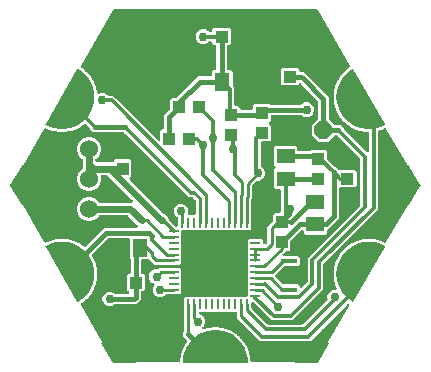
<source format=gbr>
G04 EAGLE Gerber RS-274X export*
G75*
%MOMM*%
%FSLAX34Y34*%
%LPD*%
%INBottom Copper*%
%IPPOS*%
%AMOC8*
5,1,8,0,0,1.08239X$1,22.5*%
G01*
%ADD10R,1.000000X1.100000*%
%ADD11R,1.500000X1.300000*%
%ADD12R,1.399997X0.400000*%
%ADD13R,1.100000X1.000000*%
%ADD14R,1.300000X1.500000*%
%ADD15C,1.000000*%
%ADD16R,0.812800X0.254000*%
%ADD17R,0.254000X0.812800*%
%ADD18R,5.384800X5.384800*%
%ADD19P,1.649562X8X22.500000*%
%ADD20C,1.524000*%
%ADD21C,0.756400*%
%ADD22C,0.406400*%
%ADD23C,0.304800*%
%ADD24C,0.355600*%
%ADD25C,0.254000*%
%ADD26C,0.609600*%

G36*
X279138Y194946D02*
X279138Y194946D01*
X279166Y194944D01*
X279234Y194966D01*
X279305Y194980D01*
X279328Y194996D01*
X279355Y195005D01*
X279410Y195052D01*
X279469Y195093D01*
X279484Y195117D01*
X279506Y195135D01*
X279537Y195200D01*
X279576Y195260D01*
X279581Y195288D01*
X279593Y195314D01*
X279602Y195415D01*
X279609Y195457D01*
X279607Y195467D01*
X279608Y195480D01*
X279551Y196195D01*
X315794Y196195D01*
X315866Y196204D01*
X315937Y196203D01*
X316023Y196224D01*
X316110Y196235D01*
X316177Y196261D01*
X316246Y196278D01*
X316324Y196319D01*
X316406Y196352D01*
X316464Y196394D01*
X316527Y196428D01*
X316592Y196487D01*
X316663Y196538D01*
X316709Y196594D01*
X316762Y196642D01*
X316810Y196716D01*
X316866Y196783D01*
X316896Y196848D01*
X316936Y196909D01*
X316964Y196992D01*
X317001Y197071D01*
X317015Y197142D01*
X317038Y197210D01*
X317060Y197369D01*
X317133Y198341D01*
X317133Y198346D01*
X317133Y198350D01*
X317125Y198504D01*
X317117Y198659D01*
X317115Y198663D01*
X317115Y198667D01*
X317069Y198814D01*
X317032Y198932D01*
X317227Y199788D01*
X317228Y199802D01*
X317233Y199816D01*
X317255Y199975D01*
X317322Y200860D01*
X317395Y200942D01*
X317397Y200945D01*
X317400Y200949D01*
X317471Y201086D01*
X317543Y201223D01*
X317544Y201227D01*
X317546Y201231D01*
X317592Y201385D01*
X317896Y202717D01*
X317896Y202722D01*
X317897Y202725D01*
X317911Y202876D01*
X317927Y203034D01*
X317926Y203038D01*
X317927Y203042D01*
X317902Y203194D01*
X317884Y203316D01*
X318204Y204133D01*
X318208Y204147D01*
X318215Y204160D01*
X318260Y204315D01*
X318458Y205180D01*
X318543Y205249D01*
X318545Y205253D01*
X318548Y205255D01*
X318638Y205380D01*
X318731Y205506D01*
X318732Y205510D01*
X318735Y205513D01*
X318803Y205659D01*
X319302Y206931D01*
X319303Y206935D01*
X319305Y206938D01*
X319343Y207090D01*
X319380Y207239D01*
X319380Y207243D01*
X319381Y207247D01*
X319380Y207405D01*
X319380Y207525D01*
X319818Y208285D01*
X319824Y208298D01*
X319833Y208310D01*
X319901Y208456D01*
X320225Y209282D01*
X320319Y209338D01*
X320322Y209341D01*
X320326Y209343D01*
X320436Y209455D01*
X320544Y209563D01*
X320546Y209567D01*
X320549Y209570D01*
X320638Y209704D01*
X321321Y210887D01*
X321323Y210891D01*
X321325Y210894D01*
X321384Y211037D01*
X321444Y211180D01*
X321445Y211184D01*
X321446Y211188D01*
X321468Y211343D01*
X321486Y211463D01*
X322033Y212149D01*
X322041Y212162D01*
X322051Y212172D01*
X322140Y212306D01*
X322521Y212966D01*
X322565Y213070D01*
X322616Y213170D01*
X322626Y213216D01*
X322644Y213259D01*
X322661Y213370D01*
X322685Y213480D01*
X322684Y213527D01*
X322691Y213574D01*
X322679Y213686D01*
X322676Y213798D01*
X322663Y213843D01*
X322658Y213890D01*
X322618Y213996D01*
X322587Y214103D01*
X322563Y214144D01*
X322547Y214188D01*
X322483Y214281D01*
X322426Y214377D01*
X322378Y214432D01*
X322365Y214449D01*
X322352Y214461D01*
X322319Y214498D01*
X319250Y217567D01*
X319250Y221145D01*
X319641Y221535D01*
X319701Y221613D01*
X319769Y221686D01*
X319798Y221739D01*
X319835Y221786D01*
X319875Y221877D01*
X319923Y221964D01*
X319938Y222023D01*
X319962Y222078D01*
X319977Y222176D01*
X320002Y222272D01*
X320008Y222372D01*
X320012Y222392D01*
X320010Y222405D01*
X320012Y222433D01*
X320012Y249867D01*
X321352Y251207D01*
X372999Y251207D01*
X373117Y251222D01*
X373236Y251229D01*
X373274Y251242D01*
X373315Y251247D01*
X373425Y251290D01*
X373538Y251327D01*
X373573Y251349D01*
X373610Y251364D01*
X373706Y251433D01*
X373807Y251497D01*
X373835Y251527D01*
X373868Y251550D01*
X373944Y251642D01*
X374025Y251729D01*
X374045Y251764D01*
X374070Y251795D01*
X374121Y251903D01*
X374179Y252007D01*
X374189Y252047D01*
X374206Y252083D01*
X374228Y252200D01*
X374258Y252315D01*
X374262Y252375D01*
X374266Y252395D01*
X374264Y252416D01*
X374268Y252476D01*
X374268Y299121D01*
X375608Y300461D01*
X385630Y300461D01*
X386970Y299121D01*
X386970Y296729D01*
X386985Y296611D01*
X386992Y296492D01*
X387005Y296454D01*
X387010Y296413D01*
X387053Y296303D01*
X387090Y296190D01*
X387112Y296155D01*
X387127Y296118D01*
X387196Y296022D01*
X387260Y295921D01*
X387290Y295893D01*
X387313Y295860D01*
X387405Y295784D01*
X387492Y295703D01*
X387527Y295683D01*
X387558Y295658D01*
X387666Y295607D01*
X387770Y295549D01*
X387810Y295539D01*
X387846Y295522D01*
X387963Y295500D01*
X388078Y295470D01*
X388138Y295466D01*
X388158Y295462D01*
X388179Y295464D01*
X388239Y295460D01*
X388744Y295460D01*
X388843Y295472D01*
X388942Y295475D01*
X389000Y295492D01*
X389060Y295500D01*
X389152Y295536D01*
X389247Y295564D01*
X389299Y295594D01*
X389356Y295617D01*
X389436Y295675D01*
X389521Y295725D01*
X389597Y295791D01*
X389613Y295803D01*
X389621Y295813D01*
X389642Y295831D01*
X390423Y296613D01*
X390484Y296691D01*
X390552Y296763D01*
X390581Y296816D01*
X390618Y296864D01*
X390657Y296955D01*
X390705Y297041D01*
X390720Y297100D01*
X390744Y297156D01*
X390760Y297254D01*
X390785Y297349D01*
X390791Y297449D01*
X390794Y297470D01*
X390793Y297482D01*
X390795Y297510D01*
X390795Y310461D01*
X395249Y314915D01*
X395310Y314994D01*
X395378Y315066D01*
X395407Y315119D01*
X395444Y315167D01*
X395483Y315258D01*
X395531Y315344D01*
X395546Y315403D01*
X395570Y315459D01*
X395586Y315557D01*
X395611Y315652D01*
X395617Y315752D01*
X395620Y315773D01*
X395619Y315785D01*
X395621Y315813D01*
X395621Y320700D01*
X396960Y322039D01*
X400749Y322039D01*
X400867Y322054D01*
X400985Y322062D01*
X401024Y322074D01*
X401064Y322079D01*
X401175Y322123D01*
X401288Y322160D01*
X401322Y322181D01*
X401360Y322196D01*
X401456Y322266D01*
X401557Y322330D01*
X401584Y322359D01*
X401617Y322383D01*
X401693Y322475D01*
X401775Y322561D01*
X401794Y322597D01*
X401820Y322628D01*
X401871Y322736D01*
X401928Y322840D01*
X401938Y322879D01*
X401955Y322916D01*
X401978Y323032D01*
X402008Y323148D01*
X402011Y323208D01*
X402015Y323228D01*
X402014Y323248D01*
X402018Y323308D01*
X402018Y341124D01*
X402003Y341242D01*
X401995Y341361D01*
X401983Y341399D01*
X401978Y341440D01*
X401934Y341550D01*
X401897Y341663D01*
X401876Y341698D01*
X401861Y341735D01*
X401791Y341831D01*
X401727Y341932D01*
X401698Y341960D01*
X401674Y341993D01*
X401582Y342069D01*
X401496Y342150D01*
X401460Y342170D01*
X401429Y342195D01*
X401321Y342246D01*
X401217Y342304D01*
X401178Y342314D01*
X401141Y342331D01*
X401025Y342353D01*
X400909Y342383D01*
X400849Y342387D01*
X400829Y342391D01*
X400809Y342389D01*
X400749Y342393D01*
X397635Y342393D01*
X396296Y343733D01*
X396296Y358627D01*
X397451Y359782D01*
X397524Y359877D01*
X397603Y359966D01*
X397621Y360002D01*
X397646Y360034D01*
X397693Y360143D01*
X397747Y360249D01*
X397756Y360288D01*
X397772Y360326D01*
X397791Y360443D01*
X397817Y360559D01*
X397816Y360600D01*
X397822Y360640D01*
X397811Y360758D01*
X397807Y360877D01*
X397796Y360916D01*
X397792Y360956D01*
X397752Y361069D01*
X397719Y361183D01*
X397698Y361217D01*
X397685Y361256D01*
X397618Y361354D01*
X397557Y361457D01*
X397518Y361502D01*
X397506Y361519D01*
X397491Y361532D01*
X397451Y361577D01*
X396296Y362733D01*
X396296Y377627D01*
X397635Y378967D01*
X414530Y378967D01*
X415869Y377627D01*
X415869Y375768D01*
X415884Y375650D01*
X415892Y375531D01*
X415904Y375493D01*
X415909Y375452D01*
X415953Y375342D01*
X415990Y375229D01*
X416011Y375194D01*
X416026Y375157D01*
X416096Y375061D01*
X416160Y374960D01*
X416189Y374932D01*
X416213Y374899D01*
X416305Y374823D01*
X416391Y374742D01*
X416427Y374722D01*
X416458Y374697D01*
X416566Y374646D01*
X416670Y374588D01*
X416709Y374578D01*
X416746Y374561D01*
X416862Y374539D01*
X416978Y374509D01*
X417038Y374505D01*
X417058Y374501D01*
X417078Y374503D01*
X417138Y374499D01*
X426034Y374499D01*
X426132Y374511D01*
X426231Y374514D01*
X426290Y374531D01*
X426350Y374539D01*
X426442Y374575D01*
X426537Y374603D01*
X426589Y374633D01*
X426645Y374656D01*
X426725Y374714D01*
X426811Y374764D01*
X426886Y374830D01*
X426903Y374842D01*
X426911Y374852D01*
X426932Y374871D01*
X427758Y375697D01*
X439652Y375697D01*
X440992Y374357D01*
X440992Y368630D01*
X441004Y368532D01*
X441007Y368433D01*
X441024Y368374D01*
X441032Y368314D01*
X441068Y368222D01*
X441096Y368127D01*
X441126Y368075D01*
X441149Y368019D01*
X441207Y367939D01*
X441257Y367853D01*
X441323Y367778D01*
X441335Y367761D01*
X441345Y367754D01*
X441363Y367732D01*
X447975Y361120D01*
X448054Y361060D01*
X448126Y360992D01*
X448179Y360963D01*
X448227Y360926D01*
X448318Y360886D01*
X448404Y360838D01*
X448463Y360823D01*
X448519Y360799D01*
X448616Y360784D01*
X448691Y360765D01*
X450584Y358871D01*
X450679Y358797D01*
X450769Y358718D01*
X450804Y358700D01*
X450836Y358676D01*
X450946Y358628D01*
X451052Y358574D01*
X451091Y358565D01*
X451127Y358549D01*
X451246Y358531D01*
X451363Y358505D01*
X451402Y358506D01*
X451442Y358500D01*
X451561Y358511D01*
X451667Y358514D01*
X464917Y358514D01*
X466257Y357175D01*
X466257Y345280D01*
X464917Y343941D01*
X452505Y343941D01*
X452387Y343926D01*
X452269Y343918D01*
X452230Y343906D01*
X452190Y343901D01*
X452079Y343857D01*
X451966Y343820D01*
X451932Y343799D01*
X451894Y343784D01*
X451798Y343714D01*
X451697Y343650D01*
X451670Y343621D01*
X451637Y343597D01*
X451561Y343505D01*
X451479Y343419D01*
X451460Y343383D01*
X451434Y343352D01*
X451383Y343244D01*
X451326Y343140D01*
X451316Y343101D01*
X451299Y343064D01*
X451276Y342948D01*
X451246Y342832D01*
X451243Y342772D01*
X451239Y342752D01*
X451240Y342732D01*
X451236Y342672D01*
X451236Y317365D01*
X441972Y308100D01*
X441946Y308091D01*
X441905Y308086D01*
X441795Y308043D01*
X441682Y308006D01*
X441647Y307984D01*
X441610Y307969D01*
X441514Y307900D01*
X441413Y307836D01*
X441385Y307806D01*
X441352Y307783D01*
X441276Y307691D01*
X441195Y307604D01*
X441175Y307569D01*
X441150Y307538D01*
X441099Y307430D01*
X441041Y307326D01*
X441031Y307286D01*
X441014Y307250D01*
X440992Y307133D01*
X440962Y307018D01*
X440958Y306958D01*
X440954Y306938D01*
X440956Y306917D01*
X440952Y306857D01*
X440952Y304998D01*
X439612Y303658D01*
X422718Y303658D01*
X421378Y304998D01*
X421378Y306551D01*
X421361Y306689D01*
X421348Y306828D01*
X421341Y306847D01*
X421338Y306867D01*
X421287Y306996D01*
X421240Y307127D01*
X421229Y307144D01*
X421221Y307163D01*
X421140Y307275D01*
X421062Y307390D01*
X421046Y307404D01*
X421035Y307420D01*
X420927Y307509D01*
X420823Y307601D01*
X420805Y307610D01*
X420790Y307623D01*
X420664Y307682D01*
X420540Y307745D01*
X420520Y307750D01*
X420502Y307758D01*
X420366Y307784D01*
X420230Y307815D01*
X420209Y307814D01*
X420190Y307818D01*
X420051Y307809D01*
X419912Y307805D01*
X419892Y307800D01*
X419872Y307798D01*
X419740Y307756D01*
X419606Y307717D01*
X419589Y307707D01*
X419570Y307700D01*
X419452Y307626D01*
X419332Y307555D01*
X419311Y307537D01*
X419301Y307530D01*
X419287Y307515D01*
X419212Y307449D01*
X410566Y298803D01*
X410505Y298725D01*
X410437Y298653D01*
X410408Y298600D01*
X410371Y298552D01*
X410332Y298461D01*
X410284Y298374D01*
X410269Y298316D01*
X410245Y298260D01*
X410229Y298162D01*
X410204Y298067D01*
X410198Y297967D01*
X410195Y297946D01*
X410196Y297934D01*
X410194Y297906D01*
X410194Y290805D01*
X408855Y289466D01*
X406146Y289466D01*
X406048Y289453D01*
X405949Y289450D01*
X405891Y289434D01*
X405831Y289426D01*
X405739Y289389D01*
X405644Y289362D01*
X405592Y289331D01*
X405535Y289309D01*
X405455Y289251D01*
X405370Y289200D01*
X405294Y289134D01*
X405278Y289122D01*
X405270Y289113D01*
X405249Y289094D01*
X403848Y287693D01*
X403763Y287584D01*
X403675Y287477D01*
X403666Y287458D01*
X403653Y287442D01*
X403598Y287315D01*
X403539Y287189D01*
X403535Y287169D01*
X403527Y287150D01*
X403505Y287012D01*
X403479Y286876D01*
X403480Y286856D01*
X403477Y286836D01*
X403490Y286697D01*
X403499Y286559D01*
X403505Y286540D01*
X403507Y286520D01*
X403554Y286388D01*
X403597Y286257D01*
X403608Y286239D01*
X403615Y286220D01*
X403693Y286105D01*
X403767Y285988D01*
X403782Y285974D01*
X403793Y285957D01*
X403898Y285865D01*
X403999Y285770D01*
X404016Y285760D01*
X404032Y285747D01*
X404156Y285683D01*
X404277Y285616D01*
X404297Y285611D01*
X404315Y285602D01*
X404451Y285572D01*
X404585Y285537D01*
X404613Y285535D01*
X404625Y285532D01*
X404646Y285533D01*
X404746Y285527D01*
X416887Y285527D01*
X418227Y284187D01*
X418227Y278293D01*
X416887Y276953D01*
X405263Y276953D01*
X405165Y276941D01*
X405066Y276938D01*
X405008Y276921D01*
X404948Y276913D01*
X404856Y276877D01*
X404761Y276849D01*
X404709Y276819D01*
X404652Y276796D01*
X404572Y276738D01*
X404487Y276688D01*
X404411Y276622D01*
X404395Y276610D01*
X404387Y276600D01*
X404366Y276581D01*
X397505Y269720D01*
X397432Y269626D01*
X397353Y269537D01*
X397335Y269501D01*
X397310Y269469D01*
X397262Y269359D01*
X397208Y269254D01*
X397200Y269214D01*
X397183Y269177D01*
X397165Y269059D01*
X397139Y268943D01*
X397140Y268903D01*
X397134Y268863D01*
X397145Y268744D01*
X397148Y268626D01*
X397160Y268587D01*
X397163Y268546D01*
X397204Y268434D01*
X397237Y268320D01*
X397257Y268285D01*
X397271Y268247D01*
X397338Y268148D01*
X397398Y268046D01*
X397438Y268001D01*
X397450Y267984D01*
X397465Y267970D01*
X397505Y267925D01*
X403531Y261899D01*
X403610Y261838D01*
X403682Y261770D01*
X403735Y261741D01*
X403783Y261704D01*
X403874Y261664D01*
X403960Y261616D01*
X404019Y261601D01*
X404075Y261577D01*
X404173Y261562D01*
X404268Y261537D01*
X404368Y261531D01*
X404389Y261527D01*
X404401Y261529D01*
X404429Y261527D01*
X416887Y261527D01*
X418227Y260187D01*
X418227Y259993D01*
X418244Y259855D01*
X418257Y259716D01*
X418264Y259697D01*
X418267Y259677D01*
X418318Y259548D01*
X418365Y259417D01*
X418376Y259400D01*
X418384Y259381D01*
X418465Y259269D01*
X418543Y259154D01*
X418559Y259140D01*
X418570Y259124D01*
X418678Y259035D01*
X418782Y258943D01*
X418800Y258934D01*
X418815Y258921D01*
X418941Y258862D01*
X419065Y258799D01*
X419085Y258794D01*
X419103Y258786D01*
X419239Y258760D01*
X419375Y258729D01*
X419396Y258730D01*
X419415Y258726D01*
X419554Y258735D01*
X419693Y258739D01*
X419713Y258744D01*
X419733Y258746D01*
X419865Y258788D01*
X419999Y258827D01*
X420016Y258837D01*
X420035Y258844D01*
X420153Y258918D01*
X420273Y258989D01*
X420294Y259007D01*
X420304Y259014D01*
X420318Y259029D01*
X420393Y259095D01*
X424443Y263144D01*
X424503Y263222D01*
X424571Y263295D01*
X424600Y263348D01*
X424637Y263395D01*
X424677Y263486D01*
X424725Y263573D01*
X424740Y263632D01*
X424764Y263687D01*
X424779Y263785D01*
X424804Y263881D01*
X424810Y263981D01*
X424814Y264001D01*
X424812Y264014D01*
X424814Y264042D01*
X424814Y284153D01*
X468893Y328232D01*
X468953Y328310D01*
X469021Y328382D01*
X469050Y328435D01*
X469087Y328483D01*
X469127Y328574D01*
X469175Y328661D01*
X469190Y328719D01*
X469214Y328775D01*
X469229Y328873D01*
X469254Y328969D01*
X469260Y329069D01*
X469264Y329089D01*
X469262Y329101D01*
X469264Y329129D01*
X469264Y367783D01*
X469252Y367881D01*
X469249Y367981D01*
X469232Y368039D01*
X469224Y368099D01*
X469188Y368191D01*
X469160Y368286D01*
X469130Y368338D01*
X469107Y368395D01*
X469049Y368475D01*
X468999Y368560D01*
X468933Y368635D01*
X468921Y368652D01*
X468911Y368660D01*
X468893Y368681D01*
X450151Y387422D01*
X450073Y387483D01*
X450001Y387551D01*
X449948Y387580D01*
X449900Y387617D01*
X449809Y387656D01*
X449722Y387704D01*
X449664Y387719D01*
X449608Y387743D01*
X449510Y387759D01*
X449414Y387784D01*
X449314Y387790D01*
X449294Y387793D01*
X449282Y387792D01*
X449254Y387794D01*
X448367Y387794D01*
X448269Y387781D01*
X448170Y387778D01*
X448112Y387762D01*
X448052Y387754D01*
X447960Y387717D01*
X447865Y387690D01*
X447812Y387659D01*
X447756Y387637D01*
X447676Y387579D01*
X447591Y387528D01*
X447515Y387462D01*
X447499Y387450D01*
X447491Y387441D01*
X447470Y387422D01*
X442253Y382206D01*
X434047Y382206D01*
X428243Y388009D01*
X428243Y396216D01*
X433460Y401432D01*
X433520Y401510D01*
X433588Y401583D01*
X433617Y401636D01*
X433654Y401683D01*
X433694Y401774D01*
X433742Y401861D01*
X433757Y401920D01*
X433781Y401975D01*
X433796Y402073D01*
X433821Y402169D01*
X433827Y402269D01*
X433831Y402289D01*
X433829Y402302D01*
X433831Y402330D01*
X433831Y416395D01*
X433819Y416494D01*
X433816Y416593D01*
X433799Y416651D01*
X433791Y416711D01*
X433755Y416803D01*
X433727Y416898D01*
X433697Y416950D01*
X433674Y417007D01*
X433616Y417087D01*
X433566Y417172D01*
X433500Y417247D01*
X433488Y417264D01*
X433478Y417272D01*
X433460Y417293D01*
X419293Y431459D01*
X419199Y431532D01*
X419110Y431611D01*
X419074Y431629D01*
X419042Y431654D01*
X418932Y431702D01*
X418827Y431756D01*
X418787Y431764D01*
X418750Y431781D01*
X418632Y431799D01*
X418516Y431825D01*
X418476Y431824D01*
X418436Y431830D01*
X418317Y431819D01*
X418198Y431816D01*
X418160Y431804D01*
X418119Y431801D01*
X418007Y431760D01*
X417893Y431727D01*
X417858Y431707D01*
X417820Y431693D01*
X417721Y431626D01*
X417619Y431566D01*
X417574Y431526D01*
X417557Y431514D01*
X417543Y431499D01*
X417498Y431459D01*
X416267Y430228D01*
X403373Y430228D01*
X402033Y431568D01*
X402033Y443462D01*
X403373Y444802D01*
X416267Y444802D01*
X417607Y443462D01*
X417607Y443103D01*
X417622Y442985D01*
X417629Y442866D01*
X417642Y442828D01*
X417647Y442787D01*
X417690Y442677D01*
X417727Y442564D01*
X417749Y442529D01*
X417764Y442492D01*
X417833Y442396D01*
X417897Y442295D01*
X417927Y442267D01*
X417950Y442234D01*
X418042Y442158D01*
X418129Y442077D01*
X418164Y442057D01*
X418195Y442032D01*
X418303Y441981D01*
X418407Y441923D01*
X418447Y441913D01*
X418483Y441896D01*
X418600Y441874D01*
X418715Y441844D01*
X418775Y441840D01*
X418795Y441836D01*
X418816Y441838D01*
X418876Y441834D01*
X421134Y441834D01*
X442469Y420499D01*
X442469Y402330D01*
X442481Y402232D01*
X442484Y402132D01*
X442501Y402074D01*
X442509Y402014D01*
X442545Y401922D01*
X442573Y401827D01*
X442603Y401775D01*
X442626Y401718D01*
X442684Y401638D01*
X442734Y401553D01*
X442800Y401478D01*
X442812Y401461D01*
X442822Y401453D01*
X442840Y401432D01*
X447470Y396803D01*
X447548Y396742D01*
X447620Y396674D01*
X447673Y396645D01*
X447721Y396608D01*
X447812Y396569D01*
X447899Y396521D01*
X447957Y396506D01*
X448013Y396482D01*
X448111Y396466D01*
X448207Y396441D01*
X448307Y396435D01*
X448327Y396432D01*
X448339Y396433D01*
X448367Y396431D01*
X452639Y396431D01*
X455169Y393901D01*
X455169Y393709D01*
X455181Y393611D01*
X455184Y393511D01*
X455201Y393453D01*
X455209Y393393D01*
X455245Y393301D01*
X455273Y393206D01*
X455303Y393154D01*
X455326Y393097D01*
X455384Y393017D01*
X455434Y392932D01*
X455500Y392857D01*
X455512Y392840D01*
X455522Y392832D01*
X455540Y392811D01*
X474282Y374070D01*
X474689Y373662D01*
X474799Y373577D01*
X474906Y373488D01*
X474925Y373480D01*
X474941Y373467D01*
X475068Y373412D01*
X475194Y373353D01*
X475214Y373349D01*
X475233Y373341D01*
X475370Y373319D01*
X475507Y373293D01*
X475527Y373294D01*
X475547Y373291D01*
X475686Y373304D01*
X475824Y373313D01*
X475843Y373319D01*
X475863Y373321D01*
X475995Y373368D01*
X476126Y373411D01*
X476143Y373422D01*
X476163Y373428D01*
X476278Y373507D01*
X476395Y373581D01*
X476409Y373596D01*
X476426Y373607D01*
X476518Y373711D01*
X476613Y373813D01*
X476623Y373830D01*
X476636Y373845D01*
X476700Y373970D01*
X476767Y374091D01*
X476772Y374111D01*
X476781Y374129D01*
X476811Y374265D01*
X476846Y374399D01*
X476848Y374427D01*
X476851Y374439D01*
X476850Y374459D01*
X476856Y374560D01*
X476856Y389247D01*
X476853Y389271D01*
X476855Y389295D01*
X476833Y389429D01*
X476816Y389563D01*
X476808Y389585D01*
X476804Y389609D01*
X476749Y389733D01*
X476699Y389859D01*
X476685Y389878D01*
X476675Y389900D01*
X476592Y390007D01*
X476513Y390116D01*
X476494Y390131D01*
X476479Y390150D01*
X476372Y390232D01*
X476268Y390319D01*
X476246Y390329D01*
X476227Y390344D01*
X476102Y390397D01*
X475980Y390454D01*
X475956Y390459D01*
X475934Y390468D01*
X475777Y390502D01*
X474467Y390700D01*
X474453Y390701D01*
X474438Y390704D01*
X474278Y390715D01*
X473390Y390715D01*
X473304Y390782D01*
X473300Y390784D01*
X473297Y390786D01*
X473154Y390847D01*
X473012Y390909D01*
X473008Y390909D01*
X473004Y390911D01*
X472847Y390945D01*
X471494Y391149D01*
X471490Y391150D01*
X471486Y391151D01*
X471330Y391153D01*
X471176Y391157D01*
X471172Y391156D01*
X471168Y391156D01*
X471015Y391120D01*
X470897Y391093D01*
X470058Y391352D01*
X470044Y391354D01*
X470031Y391360D01*
X469873Y391394D01*
X468996Y391527D01*
X468920Y391606D01*
X468917Y391608D01*
X468914Y391611D01*
X468781Y391693D01*
X468651Y391775D01*
X468647Y391776D01*
X468643Y391778D01*
X468493Y391835D01*
X467185Y392239D01*
X467181Y392240D01*
X467177Y392242D01*
X467026Y392267D01*
X466872Y392294D01*
X466868Y392294D01*
X466864Y392295D01*
X466713Y392282D01*
X466587Y392272D01*
X465796Y392653D01*
X465782Y392658D01*
X465770Y392666D01*
X465620Y392723D01*
X464772Y392984D01*
X464709Y393074D01*
X464706Y393077D01*
X464703Y393081D01*
X464582Y393183D01*
X464467Y393281D01*
X464464Y393283D01*
X464460Y393286D01*
X464320Y393365D01*
X463087Y393959D01*
X463084Y393960D01*
X463080Y393962D01*
X462933Y394011D01*
X462786Y394060D01*
X462782Y394060D01*
X462778Y394061D01*
X462622Y394072D01*
X462501Y394081D01*
X461776Y394575D01*
X461763Y394582D01*
X461752Y394591D01*
X461611Y394670D01*
X460812Y395055D01*
X460763Y395154D01*
X460760Y395157D01*
X460759Y395161D01*
X460657Y395277D01*
X460555Y395394D01*
X460552Y395397D01*
X460549Y395400D01*
X460422Y395499D01*
X459292Y396270D01*
X459288Y396272D01*
X459285Y396275D01*
X459146Y396345D01*
X459009Y396415D01*
X459005Y396416D01*
X459001Y396418D01*
X458849Y396451D01*
X458730Y396478D01*
X458086Y397075D01*
X458075Y397084D01*
X458065Y397095D01*
X457938Y397194D01*
X457205Y397694D01*
X457171Y397798D01*
X457169Y397802D01*
X457168Y397806D01*
X457084Y397937D01*
X457001Y398067D01*
X456999Y398070D01*
X456996Y398073D01*
X456885Y398190D01*
X455883Y399121D01*
X455879Y399123D01*
X455877Y399127D01*
X455749Y399217D01*
X455624Y399307D01*
X455621Y399308D01*
X455617Y399310D01*
X455473Y399365D01*
X455358Y399410D01*
X454811Y400097D01*
X454800Y400107D01*
X454793Y400119D01*
X454682Y400236D01*
X454032Y400840D01*
X454014Y400948D01*
X454012Y400952D01*
X454012Y400956D01*
X453948Y401099D01*
X453886Y401239D01*
X453883Y401243D01*
X453882Y401246D01*
X453790Y401378D01*
X452937Y402449D01*
X452934Y402451D01*
X452932Y402455D01*
X452822Y402560D01*
X452709Y402670D01*
X452705Y402673D01*
X452702Y402675D01*
X452567Y402752D01*
X452461Y402813D01*
X452022Y403573D01*
X452014Y403585D01*
X452008Y403598D01*
X451916Y403730D01*
X451363Y404424D01*
X451361Y404534D01*
X451360Y404538D01*
X451360Y404542D01*
X451351Y404573D01*
X451350Y404589D01*
X451327Y404659D01*
X451319Y404689D01*
X451278Y404841D01*
X451276Y404844D01*
X451275Y404848D01*
X451204Y404993D01*
X450520Y406178D01*
X450517Y406181D01*
X450516Y406185D01*
X450421Y406308D01*
X450328Y406431D01*
X450324Y406434D01*
X450322Y406437D01*
X450198Y406534D01*
X450104Y406609D01*
X449783Y407426D01*
X449776Y407439D01*
X449772Y407453D01*
X449701Y407597D01*
X449258Y408366D01*
X449272Y408475D01*
X449272Y408479D01*
X449273Y408483D01*
X449254Y408638D01*
X449236Y408790D01*
X449235Y408794D01*
X449234Y408798D01*
X449185Y408952D01*
X448685Y410226D01*
X448683Y410229D01*
X448682Y410233D01*
X448607Y410369D01*
X448533Y410505D01*
X448530Y410508D01*
X448528Y410511D01*
X448421Y410625D01*
X448338Y410714D01*
X448143Y411570D01*
X448138Y411584D01*
X448136Y411598D01*
X448087Y411751D01*
X447763Y412577D01*
X447794Y412683D01*
X447795Y412687D01*
X447796Y412691D01*
X447800Y412844D01*
X447806Y413000D01*
X447805Y413004D01*
X447805Y413009D01*
X447779Y413167D01*
X447475Y414502D01*
X447474Y414506D01*
X447473Y414510D01*
X447419Y414654D01*
X447366Y414800D01*
X447364Y414804D01*
X447362Y414808D01*
X447273Y414936D01*
X447204Y415036D01*
X447139Y415912D01*
X447136Y415926D01*
X447137Y415940D01*
X447111Y416099D01*
X446914Y416964D01*
X446960Y417064D01*
X446961Y417068D01*
X446963Y417072D01*
X446990Y417222D01*
X447018Y417377D01*
X447018Y417381D01*
X447019Y417385D01*
X447017Y417546D01*
X446915Y418910D01*
X446914Y418914D01*
X446915Y418919D01*
X446883Y419071D01*
X446852Y419222D01*
X446850Y419226D01*
X446849Y419230D01*
X446781Y419369D01*
X446727Y419479D01*
X446793Y420355D01*
X446793Y420369D01*
X446795Y420383D01*
X446793Y420544D01*
X446727Y421429D01*
X446788Y421521D01*
X446789Y421525D01*
X446792Y421528D01*
X446842Y421677D01*
X446860Y421727D01*
X446860Y421728D01*
X446861Y421730D01*
X446892Y421821D01*
X446893Y421825D01*
X446894Y421829D01*
X446916Y421989D01*
X447019Y423353D01*
X447019Y423357D01*
X447020Y423361D01*
X447011Y423516D01*
X447003Y423671D01*
X447002Y423675D01*
X447001Y423679D01*
X446956Y423822D01*
X446918Y423944D01*
X447114Y424800D01*
X447115Y424814D01*
X447120Y424828D01*
X447142Y424987D01*
X447209Y425872D01*
X447282Y425953D01*
X447284Y425957D01*
X447287Y425960D01*
X447358Y426098D01*
X447430Y426235D01*
X447431Y426239D01*
X447433Y426243D01*
X447479Y426397D01*
X447784Y427731D01*
X447784Y427735D01*
X447785Y427739D01*
X447800Y427890D01*
X447815Y428047D01*
X447815Y428052D01*
X447815Y428056D01*
X447791Y428207D01*
X447772Y428330D01*
X448093Y429147D01*
X448096Y429161D01*
X448103Y429174D01*
X448149Y429328D01*
X448347Y430193D01*
X448432Y430263D01*
X448434Y430266D01*
X448437Y430269D01*
X448530Y430397D01*
X448620Y430519D01*
X448621Y430523D01*
X448624Y430526D01*
X448692Y430672D01*
X449192Y431946D01*
X449193Y431950D01*
X449195Y431953D01*
X449232Y432102D01*
X449271Y432254D01*
X449271Y432258D01*
X449272Y432262D01*
X449270Y432415D01*
X449270Y432540D01*
X449709Y433300D01*
X449715Y433314D01*
X449723Y433325D01*
X449791Y433471D01*
X450116Y434297D01*
X450210Y434353D01*
X450213Y434356D01*
X450217Y434358D01*
X450326Y434469D01*
X450435Y434578D01*
X450437Y434582D01*
X450440Y434585D01*
X450529Y434719D01*
X451213Y435904D01*
X451215Y435908D01*
X451217Y435911D01*
X451278Y436057D01*
X451337Y436197D01*
X451337Y436201D01*
X451339Y436205D01*
X451361Y436358D01*
X451379Y436480D01*
X451926Y437166D01*
X451934Y437178D01*
X451944Y437189D01*
X452033Y437323D01*
X452477Y438091D01*
X452579Y438132D01*
X452582Y438135D01*
X452586Y438136D01*
X452708Y438228D01*
X452834Y438322D01*
X452837Y438325D01*
X452840Y438327D01*
X452948Y438447D01*
X453802Y439516D01*
X453804Y439520D01*
X453807Y439523D01*
X453887Y439656D01*
X453968Y439788D01*
X453969Y439792D01*
X453971Y439795D01*
X454015Y439942D01*
X454051Y440061D01*
X454695Y440658D01*
X454704Y440669D01*
X454716Y440678D01*
X454824Y440797D01*
X455377Y441490D01*
X455484Y441516D01*
X455488Y441518D01*
X455492Y441519D01*
X455626Y441592D01*
X455765Y441666D01*
X455768Y441668D01*
X455772Y441670D01*
X455896Y441772D01*
X456900Y442703D01*
X456902Y442706D01*
X456906Y442708D01*
X457005Y442828D01*
X457104Y442946D01*
X457106Y442950D01*
X457108Y442953D01*
X457174Y443093D01*
X457227Y443204D01*
X457953Y443698D01*
X457964Y443708D01*
X457977Y443715D01*
X458101Y443817D01*
X458752Y444420D01*
X458861Y444430D01*
X458865Y444431D01*
X458869Y444431D01*
X459016Y444484D01*
X459161Y444535D01*
X459165Y444538D01*
X459169Y444539D01*
X459307Y444621D01*
X460107Y445166D01*
X460161Y445214D01*
X460221Y445253D01*
X460280Y445319D01*
X460345Y445377D01*
X460386Y445436D01*
X460434Y445490D01*
X460475Y445567D01*
X460524Y445640D01*
X460548Y445708D01*
X460581Y445771D01*
X460602Y445857D01*
X460631Y445939D01*
X460638Y446011D01*
X460654Y446081D01*
X460653Y446168D01*
X460661Y446256D01*
X460650Y446327D01*
X460648Y446399D01*
X460625Y446483D01*
X460611Y446570D01*
X460582Y446636D01*
X460563Y446705D01*
X460530Y446772D01*
X460528Y446776D01*
X460525Y446781D01*
X460491Y446850D01*
X433241Y494051D01*
X433177Y494135D01*
X433120Y494224D01*
X433081Y494261D01*
X433048Y494304D01*
X432966Y494370D01*
X432889Y494442D01*
X432841Y494468D01*
X432799Y494502D01*
X432703Y494545D01*
X432610Y494596D01*
X432558Y494609D01*
X432509Y494631D01*
X432404Y494649D01*
X432302Y494675D01*
X432217Y494680D01*
X432195Y494684D01*
X432180Y494683D01*
X432141Y494685D01*
X261279Y494685D01*
X261174Y494672D01*
X261068Y494668D01*
X261016Y494652D01*
X260963Y494645D01*
X260865Y494607D01*
X260764Y494576D01*
X260717Y494548D01*
X260667Y494528D01*
X260582Y494466D01*
X260491Y494412D01*
X260454Y494373D01*
X260410Y494342D01*
X260343Y494260D01*
X260269Y494185D01*
X260221Y494113D01*
X260207Y494097D01*
X260201Y494083D01*
X260179Y494051D01*
X232929Y446850D01*
X232901Y446783D01*
X232864Y446721D01*
X232843Y446650D01*
X232834Y446630D01*
X232831Y446619D01*
X232805Y446556D01*
X232795Y446485D01*
X232775Y446416D01*
X232772Y446328D01*
X232759Y446242D01*
X232766Y446170D01*
X232764Y446098D01*
X232783Y446013D01*
X232792Y445925D01*
X232817Y445858D01*
X232833Y445788D01*
X232872Y445710D01*
X232903Y445627D01*
X232944Y445568D01*
X232976Y445504D01*
X233034Y445438D01*
X233084Y445366D01*
X233139Y445319D01*
X233186Y445265D01*
X233313Y445166D01*
X234113Y444621D01*
X234117Y444619D01*
X234120Y444616D01*
X234257Y444548D01*
X234396Y444476D01*
X234400Y444475D01*
X234404Y444474D01*
X234557Y444440D01*
X234675Y444414D01*
X235319Y443817D01*
X235330Y443808D01*
X235340Y443797D01*
X235467Y443698D01*
X236200Y443199D01*
X236234Y443094D01*
X236236Y443091D01*
X236238Y443087D01*
X236321Y442957D01*
X236404Y442826D01*
X236407Y442823D01*
X236409Y442819D01*
X236520Y442703D01*
X237524Y441772D01*
X237527Y441770D01*
X237530Y441767D01*
X237656Y441677D01*
X237782Y441587D01*
X237786Y441585D01*
X237789Y441583D01*
X237932Y441529D01*
X238049Y441483D01*
X238596Y440797D01*
X238606Y440787D01*
X238614Y440775D01*
X238725Y440658D01*
X239376Y440055D01*
X239394Y439946D01*
X239395Y439943D01*
X239396Y439938D01*
X239460Y439795D01*
X239522Y439655D01*
X239524Y439652D01*
X239526Y439648D01*
X239618Y439516D01*
X240472Y438447D01*
X240475Y438444D01*
X240477Y438440D01*
X240591Y438331D01*
X240700Y438225D01*
X240703Y438223D01*
X240706Y438220D01*
X240840Y438144D01*
X240948Y438083D01*
X241387Y437323D01*
X241396Y437311D01*
X241402Y437298D01*
X241494Y437166D01*
X242047Y436472D01*
X242049Y436362D01*
X242050Y436358D01*
X242050Y436354D01*
X242092Y436203D01*
X242132Y436056D01*
X242134Y436052D01*
X242135Y436048D01*
X242207Y435904D01*
X242891Y434719D01*
X242894Y434716D01*
X242895Y434712D01*
X242989Y434589D01*
X243083Y434466D01*
X243087Y434463D01*
X243089Y434460D01*
X243213Y434363D01*
X243307Y434288D01*
X243629Y433471D01*
X243636Y433458D01*
X243639Y433444D01*
X243711Y433300D01*
X244155Y432532D01*
X244140Y432423D01*
X244140Y432419D01*
X244140Y432415D01*
X244159Y432260D01*
X244176Y432107D01*
X244178Y432103D01*
X244178Y432099D01*
X244228Y431946D01*
X244728Y430672D01*
X244730Y430669D01*
X244731Y430665D01*
X244806Y430530D01*
X244880Y430393D01*
X244883Y430390D01*
X244885Y430387D01*
X244992Y430274D01*
X245076Y430184D01*
X245271Y429328D01*
X245276Y429315D01*
X245278Y429300D01*
X245327Y429147D01*
X245652Y428321D01*
X245621Y428216D01*
X245620Y428212D01*
X245619Y428208D01*
X245615Y428053D01*
X245610Y427898D01*
X245611Y427894D01*
X245610Y427890D01*
X245636Y427731D01*
X245941Y426397D01*
X245943Y426393D01*
X245943Y426389D01*
X245998Y426243D01*
X246050Y426098D01*
X246053Y426095D01*
X246054Y426091D01*
X246145Y425960D01*
X246212Y425863D01*
X246278Y424987D01*
X246281Y424973D01*
X246281Y424958D01*
X246306Y424800D01*
X246512Y423898D01*
X246535Y423836D01*
X246549Y423771D01*
X246590Y423687D01*
X246621Y423600D01*
X246659Y423545D01*
X246688Y423485D01*
X246749Y423414D01*
X246801Y423338D01*
X246851Y423294D01*
X246895Y423243D01*
X246971Y423190D01*
X247041Y423128D01*
X247100Y423098D01*
X247155Y423060D01*
X247242Y423027D01*
X247325Y422985D01*
X247390Y422971D01*
X247452Y422947D01*
X247545Y422937D01*
X247636Y422917D01*
X247702Y422919D01*
X247768Y422912D01*
X247860Y422925D01*
X247953Y422928D01*
X248017Y422947D01*
X248083Y422957D01*
X248235Y423009D01*
X249618Y423581D01*
X252032Y423581D01*
X254263Y422657D01*
X255225Y421695D01*
X255303Y421634D01*
X255375Y421566D01*
X255429Y421537D01*
X255476Y421500D01*
X255567Y421461D01*
X255654Y421413D01*
X255712Y421398D01*
X255768Y421374D01*
X255866Y421358D01*
X255962Y421333D01*
X256062Y421327D01*
X256082Y421324D01*
X256094Y421325D01*
X256122Y421323D01*
X260341Y421323D01*
X262945Y418719D01*
X297959Y383705D01*
X298069Y383620D01*
X298176Y383531D01*
X298194Y383523D01*
X298210Y383510D01*
X298338Y383455D01*
X298464Y383396D01*
X298483Y383392D01*
X298502Y383384D01*
X298640Y383362D01*
X298776Y383336D01*
X298796Y383337D01*
X298816Y383334D01*
X298955Y383347D01*
X299093Y383356D01*
X299113Y383362D01*
X299133Y383364D01*
X299264Y383411D01*
X299396Y383454D01*
X299413Y383465D01*
X299432Y383471D01*
X299547Y383550D01*
X299665Y383624D01*
X299679Y383639D01*
X299695Y383650D01*
X299787Y383754D01*
X299883Y383856D01*
X299892Y383873D01*
X299906Y383888D01*
X299969Y384012D01*
X300036Y384134D01*
X300041Y384154D01*
X300050Y384172D01*
X300081Y384308D01*
X300116Y384442D01*
X300117Y384470D01*
X300120Y384482D01*
X300119Y384502D01*
X300126Y384603D01*
X300126Y391575D01*
X301465Y392914D01*
X301825Y392914D01*
X301943Y392929D01*
X302061Y392937D01*
X302100Y392949D01*
X302140Y392954D01*
X302251Y392998D01*
X302364Y393035D01*
X302398Y393056D01*
X302436Y393071D01*
X302532Y393141D01*
X302633Y393205D01*
X302660Y393234D01*
X302693Y393258D01*
X302769Y393350D01*
X302851Y393436D01*
X302870Y393472D01*
X302896Y393503D01*
X302947Y393611D01*
X303004Y393715D01*
X303014Y393754D01*
X303031Y393791D01*
X303054Y393907D01*
X303084Y394023D01*
X303087Y394083D01*
X303091Y394103D01*
X303091Y394114D01*
X303091Y394117D01*
X303090Y394130D01*
X303094Y394183D01*
X303094Y405014D01*
X308009Y409929D01*
X308070Y410007D01*
X308138Y410080D01*
X308167Y410133D01*
X308204Y410180D01*
X308243Y410271D01*
X308291Y410358D01*
X308306Y410417D01*
X308330Y410472D01*
X308346Y410570D01*
X308371Y410666D01*
X308377Y410766D01*
X308380Y410786D01*
X308379Y410799D01*
X308381Y410827D01*
X308381Y417927D01*
X309720Y419267D01*
X312621Y419267D01*
X312719Y419279D01*
X312818Y419282D01*
X312876Y419299D01*
X312936Y419307D01*
X313028Y419343D01*
X313124Y419371D01*
X313176Y419401D01*
X313232Y419424D01*
X313312Y419482D01*
X313398Y419532D01*
X313473Y419598D01*
X313489Y419610D01*
X313497Y419620D01*
X313518Y419638D01*
X331586Y437706D01*
X342394Y437706D01*
X342512Y437721D01*
X342631Y437729D01*
X342669Y437741D01*
X342710Y437746D01*
X342820Y437790D01*
X342933Y437827D01*
X342968Y437848D01*
X343005Y437863D01*
X343101Y437933D01*
X343202Y437997D01*
X343230Y438026D01*
X343263Y438050D01*
X343339Y438142D01*
X343420Y438228D01*
X343440Y438264D01*
X343465Y438295D01*
X343516Y438403D01*
X343574Y438507D01*
X343584Y438546D01*
X343601Y438583D01*
X343623Y438699D01*
X343653Y438815D01*
X343657Y438875D01*
X343661Y438895D01*
X343659Y438915D01*
X343663Y438975D01*
X343663Y441835D01*
X345003Y443174D01*
X346275Y443174D01*
X346393Y443189D01*
X346511Y443197D01*
X346550Y443209D01*
X346590Y443214D01*
X346701Y443258D01*
X346814Y443295D01*
X346848Y443316D01*
X346886Y443331D01*
X346982Y443401D01*
X347083Y443465D01*
X347110Y443494D01*
X347143Y443518D01*
X347219Y443610D01*
X347301Y443696D01*
X347320Y443732D01*
X347346Y443763D01*
X347397Y443871D01*
X347454Y443975D01*
X347464Y444014D01*
X347481Y444051D01*
X347504Y444167D01*
X347534Y444283D01*
X347537Y444343D01*
X347541Y444363D01*
X347540Y444383D01*
X347544Y444443D01*
X347544Y462932D01*
X347529Y463050D01*
X347521Y463168D01*
X347509Y463207D01*
X347504Y463247D01*
X347460Y463358D01*
X347423Y463471D01*
X347402Y463505D01*
X347387Y463543D01*
X347317Y463639D01*
X347253Y463740D01*
X347224Y463767D01*
X347200Y463800D01*
X347108Y463876D01*
X347022Y463958D01*
X346986Y463977D01*
X346955Y464003D01*
X346847Y464054D01*
X346743Y464111D01*
X346704Y464121D01*
X346667Y464138D01*
X346551Y464161D01*
X346435Y464191D01*
X346375Y464194D01*
X346355Y464198D01*
X346335Y464197D01*
X346275Y464201D01*
X345415Y464201D01*
X344076Y465540D01*
X344076Y466154D01*
X344061Y466272D01*
X344053Y466390D01*
X344041Y466429D01*
X344036Y466469D01*
X343992Y466580D01*
X343955Y466693D01*
X343934Y466727D01*
X343919Y466765D01*
X343849Y466861D01*
X343785Y466962D01*
X343756Y466989D01*
X343732Y467022D01*
X343640Y467098D01*
X343554Y467180D01*
X343518Y467199D01*
X343487Y467225D01*
X343379Y467276D01*
X343275Y467333D01*
X343236Y467343D01*
X343199Y467360D01*
X343083Y467383D01*
X342967Y467413D01*
X342907Y467416D01*
X342887Y467420D01*
X342867Y467419D01*
X342807Y467423D01*
X341594Y467423D01*
X341495Y467410D01*
X341396Y467407D01*
X341338Y467391D01*
X341278Y467383D01*
X341186Y467346D01*
X341091Y467319D01*
X341039Y467288D01*
X340982Y467266D01*
X340902Y467208D01*
X340817Y467157D01*
X340741Y467091D01*
X340725Y467079D01*
X340717Y467070D01*
X340696Y467051D01*
X339988Y466343D01*
X337757Y465419D01*
X335343Y465419D01*
X333112Y466343D01*
X331405Y468050D01*
X330481Y470280D01*
X330481Y472695D01*
X331405Y474925D01*
X333112Y476632D01*
X335343Y477556D01*
X337757Y477556D01*
X339988Y476632D01*
X340696Y475924D01*
X340774Y475863D01*
X340846Y475795D01*
X340899Y475766D01*
X340947Y475729D01*
X341038Y475690D01*
X341125Y475642D01*
X341183Y475627D01*
X341239Y475603D01*
X341337Y475587D01*
X341433Y475562D01*
X341533Y475556D01*
X341553Y475553D01*
X341566Y475554D01*
X341594Y475552D01*
X342807Y475552D01*
X342925Y475567D01*
X343043Y475575D01*
X343082Y475587D01*
X343122Y475592D01*
X343233Y475636D01*
X343346Y475673D01*
X343380Y475694D01*
X343418Y475709D01*
X343514Y475779D01*
X343615Y475843D01*
X343642Y475872D01*
X343675Y475896D01*
X343751Y475988D01*
X343833Y476074D01*
X343852Y476110D01*
X343878Y476141D01*
X343929Y476249D01*
X343986Y476353D01*
X343996Y476392D01*
X344013Y476429D01*
X344036Y476545D01*
X344066Y476661D01*
X344069Y476721D01*
X344073Y476741D01*
X344072Y476761D01*
X344076Y476821D01*
X344076Y477435D01*
X345415Y478774D01*
X358310Y478774D01*
X359649Y477435D01*
X359649Y465540D01*
X358310Y464201D01*
X357450Y464201D01*
X357332Y464186D01*
X357214Y464178D01*
X357175Y464166D01*
X357135Y464161D01*
X357024Y464117D01*
X356911Y464080D01*
X356877Y464059D01*
X356839Y464044D01*
X356743Y463974D01*
X356642Y463910D01*
X356615Y463881D01*
X356582Y463857D01*
X356506Y463765D01*
X356424Y463679D01*
X356405Y463643D01*
X356379Y463612D01*
X356328Y463504D01*
X356271Y463400D01*
X356261Y463361D01*
X356244Y463324D01*
X356221Y463208D01*
X356191Y463092D01*
X356188Y463032D01*
X356184Y463012D01*
X356185Y462992D01*
X356181Y462932D01*
X356181Y444443D01*
X356196Y444325D01*
X356204Y444207D01*
X356216Y444168D01*
X356221Y444128D01*
X356265Y444017D01*
X356302Y443904D01*
X356323Y443870D01*
X356338Y443832D01*
X356408Y443736D01*
X356472Y443635D01*
X356501Y443608D01*
X356525Y443575D01*
X356617Y443499D01*
X356703Y443417D01*
X356739Y443398D01*
X356770Y443372D01*
X356878Y443321D01*
X356982Y443264D01*
X357021Y443254D01*
X357058Y443237D01*
X357174Y443214D01*
X357290Y443184D01*
X357350Y443181D01*
X357370Y443177D01*
X357390Y443178D01*
X357450Y443174D01*
X359897Y443174D01*
X361237Y441835D01*
X361237Y430875D01*
X361249Y430777D01*
X361252Y430678D01*
X361269Y430619D01*
X361277Y430559D01*
X361313Y430467D01*
X361341Y430372D01*
X361371Y430320D01*
X361394Y430264D01*
X361452Y430184D01*
X361502Y430098D01*
X361568Y430023D01*
X361580Y430006D01*
X361590Y429999D01*
X361608Y429977D01*
X362840Y428746D01*
X362840Y413613D01*
X362855Y413495D01*
X362862Y413377D01*
X362875Y413338D01*
X362880Y413298D01*
X362923Y413187D01*
X362960Y413074D01*
X362982Y413040D01*
X362997Y413002D01*
X363066Y412906D01*
X363130Y412805D01*
X363160Y412778D01*
X363183Y412745D01*
X363275Y412669D01*
X363362Y412587D01*
X363397Y412568D01*
X363428Y412542D01*
X363536Y412491D01*
X363640Y412434D01*
X363680Y412424D01*
X363716Y412407D01*
X363833Y412384D01*
X363948Y412354D01*
X364008Y412351D01*
X364028Y412347D01*
X364049Y412348D01*
X364109Y412344D01*
X366175Y412344D01*
X367514Y411005D01*
X367514Y410645D01*
X367529Y410527D01*
X367537Y410409D01*
X367549Y410370D01*
X367554Y410330D01*
X367598Y410219D01*
X367635Y410106D01*
X367656Y410072D01*
X367671Y410034D01*
X367741Y409938D01*
X367805Y409837D01*
X367834Y409810D01*
X367858Y409777D01*
X367950Y409701D01*
X368036Y409619D01*
X368072Y409600D01*
X368103Y409574D01*
X368211Y409523D01*
X368315Y409466D01*
X368354Y409456D01*
X368391Y409439D01*
X368507Y409416D01*
X368623Y409386D01*
X368683Y409383D01*
X368703Y409379D01*
X368723Y409380D01*
X368783Y409376D01*
X377024Y409376D01*
X377142Y409391D01*
X377261Y409399D01*
X377299Y409411D01*
X377340Y409416D01*
X377450Y409460D01*
X377563Y409497D01*
X377598Y409518D01*
X377635Y409533D01*
X377731Y409603D01*
X377832Y409667D01*
X377860Y409696D01*
X377893Y409720D01*
X377969Y409812D01*
X378050Y409898D01*
X378070Y409934D01*
X378095Y409965D01*
X378146Y410073D01*
X378204Y410177D01*
X378214Y410216D01*
X378231Y410253D01*
X378253Y410369D01*
X378283Y410485D01*
X378287Y410545D01*
X378291Y410565D01*
X378289Y410585D01*
X378293Y410645D01*
X378293Y412910D01*
X379633Y414249D01*
X392532Y414249D01*
X392589Y414205D01*
X392661Y414137D01*
X392714Y414108D01*
X392762Y414071D01*
X392853Y414031D01*
X392940Y413983D01*
X392998Y413968D01*
X393054Y413944D01*
X393152Y413929D01*
X393248Y413904D01*
X393348Y413898D01*
X393368Y413894D01*
X393380Y413896D01*
X393408Y413894D01*
X419073Y413894D01*
X419171Y413906D01*
X419270Y413909D01*
X419328Y413926D01*
X419389Y413934D01*
X419481Y413970D01*
X419576Y413998D01*
X419628Y414028D01*
X419684Y414051D01*
X419764Y414109D01*
X419850Y414159D01*
X419925Y414225D01*
X419942Y414237D01*
X419949Y414247D01*
X419970Y414265D01*
X420425Y414720D01*
X422655Y415644D01*
X425070Y415644D01*
X427300Y414720D01*
X429007Y413013D01*
X429931Y410782D01*
X429931Y408368D01*
X429007Y406137D01*
X427300Y404430D01*
X425070Y403506D01*
X422655Y403506D01*
X420425Y404430D01*
X419970Y404885D01*
X419892Y404945D01*
X419820Y405013D01*
X419767Y405042D01*
X419719Y405079D01*
X419628Y405119D01*
X419542Y405167D01*
X419483Y405182D01*
X419427Y405206D01*
X419329Y405221D01*
X419234Y405246D01*
X419134Y405252D01*
X419113Y405256D01*
X419101Y405254D01*
X419073Y405256D01*
X395136Y405256D01*
X395018Y405241D01*
X394899Y405234D01*
X394861Y405221D01*
X394820Y405216D01*
X394710Y405173D01*
X394597Y405136D01*
X394562Y405114D01*
X394525Y405099D01*
X394429Y405030D01*
X394328Y404966D01*
X394300Y404936D01*
X394267Y404913D01*
X394191Y404821D01*
X394110Y404734D01*
X394090Y404699D01*
X394065Y404668D01*
X394014Y404560D01*
X393956Y404456D01*
X393946Y404416D01*
X393929Y404380D01*
X393907Y404263D01*
X393877Y404148D01*
X393873Y404088D01*
X393869Y404068D01*
X393871Y404047D01*
X393867Y403987D01*
X393867Y401015D01*
X392211Y399360D01*
X392138Y399266D01*
X392060Y399177D01*
X392041Y399141D01*
X392016Y399109D01*
X391969Y398999D01*
X391915Y398893D01*
X391906Y398854D01*
X391890Y398817D01*
X391871Y398699D01*
X391845Y398583D01*
X391847Y398543D01*
X391840Y398503D01*
X391851Y398384D01*
X391855Y398265D01*
X391866Y398226D01*
X391870Y398186D01*
X391910Y398074D01*
X391943Y397960D01*
X391964Y397925D01*
X391978Y397887D01*
X392045Y397788D01*
X392105Y397686D01*
X392145Y397641D01*
X392156Y397624D01*
X392172Y397610D01*
X392211Y397565D01*
X393867Y395910D01*
X393867Y384015D01*
X392527Y382676D01*
X386651Y382676D01*
X386533Y382661D01*
X386415Y382653D01*
X386376Y382641D01*
X386336Y382636D01*
X386225Y382592D01*
X386112Y382555D01*
X386078Y382534D01*
X386040Y382519D01*
X385944Y382449D01*
X385843Y382385D01*
X385816Y382356D01*
X385783Y382332D01*
X385707Y382240D01*
X385625Y382154D01*
X385606Y382118D01*
X385580Y382087D01*
X385529Y381979D01*
X385472Y381875D01*
X385462Y381836D01*
X385445Y381799D01*
X385422Y381683D01*
X385392Y381567D01*
X385389Y381507D01*
X385385Y381487D01*
X385386Y381467D01*
X385382Y381407D01*
X385382Y361859D01*
X385386Y361830D01*
X385384Y361800D01*
X385406Y361673D01*
X385422Y361544D01*
X385433Y361516D01*
X385438Y361487D01*
X385491Y361369D01*
X385539Y361248D01*
X385556Y361224D01*
X385569Y361197D01*
X385650Y361096D01*
X385726Y360991D01*
X385749Y360972D01*
X385767Y360949D01*
X385871Y360871D01*
X385971Y360788D01*
X385992Y360778D01*
X387732Y359038D01*
X388656Y356807D01*
X388656Y354393D01*
X387732Y352162D01*
X386025Y350455D01*
X383795Y349531D01*
X382074Y349531D01*
X381976Y349519D01*
X381877Y349516D01*
X381819Y349499D01*
X381759Y349491D01*
X381667Y349455D01*
X381572Y349427D01*
X381520Y349397D01*
X381463Y349374D01*
X381383Y349316D01*
X381298Y349266D01*
X381222Y349200D01*
X381206Y349188D01*
X381198Y349178D01*
X381177Y349160D01*
X377843Y345826D01*
X377783Y345748D01*
X377715Y345676D01*
X377686Y345623D01*
X377649Y345575D01*
X377609Y345484D01*
X377561Y345397D01*
X377546Y345339D01*
X377522Y345283D01*
X377507Y345185D01*
X377482Y345089D01*
X377476Y344989D01*
X377472Y344969D01*
X377474Y344957D01*
X377472Y344929D01*
X377472Y334167D01*
X377450Y334138D01*
X377382Y334066D01*
X377353Y334013D01*
X377316Y333965D01*
X377276Y333874D01*
X377228Y333788D01*
X377213Y333729D01*
X377189Y333673D01*
X377174Y333575D01*
X377149Y333480D01*
X377143Y333380D01*
X377139Y333359D01*
X377141Y333347D01*
X377139Y333319D01*
X377139Y308933D01*
X375799Y307593D01*
X319151Y307593D01*
X319033Y307578D01*
X318914Y307571D01*
X318876Y307558D01*
X318835Y307553D01*
X318725Y307510D01*
X318612Y307473D01*
X318577Y307451D01*
X318540Y307436D01*
X318444Y307367D01*
X318343Y307303D01*
X318315Y307273D01*
X318282Y307250D01*
X318206Y307158D01*
X318125Y307071D01*
X318105Y307036D01*
X318080Y307005D01*
X318029Y306897D01*
X317971Y306793D01*
X317961Y306753D01*
X317944Y306717D01*
X317922Y306600D01*
X317892Y306485D01*
X317888Y306425D01*
X317884Y306405D01*
X317886Y306384D01*
X317882Y306324D01*
X317882Y279684D01*
X316542Y278344D01*
X295211Y278344D01*
X290979Y282577D01*
X290900Y282637D01*
X290828Y282705D01*
X290775Y282734D01*
X290727Y282771D01*
X290636Y282811D01*
X290550Y282859D01*
X290491Y282874D01*
X290435Y282898D01*
X290337Y282913D01*
X290242Y282938D01*
X290142Y282944D01*
X290121Y282948D01*
X290109Y282946D01*
X290081Y282948D01*
X284915Y282948D01*
X284797Y282933D01*
X284679Y282926D01*
X284640Y282913D01*
X284600Y282908D01*
X284489Y282865D01*
X284376Y282828D01*
X284342Y282806D01*
X284304Y282791D01*
X284208Y282722D01*
X284107Y282658D01*
X284080Y282628D01*
X284047Y282605D01*
X283971Y282513D01*
X283889Y282426D01*
X283870Y282391D01*
X283844Y282360D01*
X283793Y282252D01*
X283736Y282148D01*
X283726Y282108D01*
X283709Y282072D01*
X283686Y281955D01*
X283656Y281840D01*
X283653Y281780D01*
X283649Y281760D01*
X283650Y281739D01*
X283646Y281679D01*
X283646Y271763D01*
X283661Y271645D01*
X283669Y271527D01*
X283681Y271488D01*
X283686Y271448D01*
X283730Y271337D01*
X283767Y271224D01*
X283788Y271190D01*
X283803Y271152D01*
X283873Y271056D01*
X283937Y270955D01*
X283966Y270928D01*
X283990Y270895D01*
X284082Y270819D01*
X284168Y270737D01*
X284204Y270718D01*
X284235Y270692D01*
X284343Y270641D01*
X284447Y270584D01*
X284486Y270574D01*
X284523Y270557D01*
X284639Y270534D01*
X284755Y270504D01*
X284815Y270501D01*
X284835Y270497D01*
X284855Y270498D01*
X284915Y270494D01*
X285775Y270494D01*
X287114Y269155D01*
X287114Y257260D01*
X285775Y255921D01*
X284670Y255921D01*
X284552Y255906D01*
X284434Y255898D01*
X284395Y255886D01*
X284355Y255881D01*
X284244Y255837D01*
X284131Y255800D01*
X284097Y255779D01*
X284059Y255764D01*
X283963Y255694D01*
X283862Y255630D01*
X283835Y255601D01*
X283802Y255577D01*
X283726Y255485D01*
X283644Y255399D01*
X283625Y255363D01*
X283599Y255332D01*
X283548Y255224D01*
X283491Y255120D01*
X283481Y255081D01*
X283464Y255044D01*
X283441Y254928D01*
X283411Y254812D01*
X283408Y254752D01*
X283404Y254732D01*
X283405Y254712D01*
X283401Y254652D01*
X283401Y248719D01*
X279601Y244919D01*
X261965Y244919D01*
X261866Y244906D01*
X261767Y244903D01*
X261709Y244887D01*
X261649Y244879D01*
X261557Y244842D01*
X261462Y244815D01*
X261410Y244784D01*
X261353Y244762D01*
X261273Y244704D01*
X261188Y244653D01*
X261112Y244587D01*
X261096Y244575D01*
X261088Y244566D01*
X261067Y244547D01*
X260613Y244093D01*
X258382Y243169D01*
X255968Y243169D01*
X253737Y244093D01*
X252030Y245800D01*
X251106Y248030D01*
X251106Y250445D01*
X252030Y252675D01*
X253737Y254382D01*
X255968Y255306D01*
X258382Y255306D01*
X260613Y254382D01*
X261067Y253928D01*
X261145Y253867D01*
X261217Y253799D01*
X261270Y253770D01*
X261318Y253733D01*
X261409Y253694D01*
X261496Y253646D01*
X261554Y253631D01*
X261610Y253607D01*
X261708Y253591D01*
X261804Y253566D01*
X261904Y253560D01*
X261924Y253557D01*
X261937Y253558D01*
X261965Y253556D01*
X272181Y253556D01*
X272318Y253574D01*
X272457Y253587D01*
X272476Y253594D01*
X272496Y253596D01*
X272625Y253647D01*
X272756Y253694D01*
X272773Y253706D01*
X272792Y253713D01*
X272904Y253795D01*
X273019Y253873D01*
X273033Y253888D01*
X273049Y253900D01*
X273138Y254007D01*
X273230Y254111D01*
X273239Y254129D01*
X273252Y254145D01*
X273311Y254271D01*
X273374Y254395D01*
X273379Y254414D01*
X273388Y254433D01*
X273414Y254569D01*
X273444Y254705D01*
X273443Y254725D01*
X273447Y254745D01*
X273439Y254883D01*
X273434Y255023D01*
X273429Y255042D01*
X273428Y255062D01*
X273385Y255194D01*
X273346Y255328D01*
X273336Y255346D01*
X273330Y255365D01*
X273255Y255483D01*
X273184Y255602D01*
X273166Y255623D01*
X273159Y255634D01*
X273144Y255648D01*
X273078Y255723D01*
X271541Y257260D01*
X271541Y269155D01*
X272880Y270494D01*
X273740Y270494D01*
X273858Y270509D01*
X273976Y270517D01*
X274015Y270529D01*
X274055Y270534D01*
X274166Y270578D01*
X274279Y270615D01*
X274313Y270636D01*
X274351Y270651D01*
X274447Y270721D01*
X274548Y270785D01*
X274575Y270814D01*
X274608Y270838D01*
X274684Y270930D01*
X274766Y271016D01*
X274785Y271052D01*
X274811Y271083D01*
X274862Y271191D01*
X274919Y271295D01*
X274929Y271334D01*
X274946Y271371D01*
X274969Y271487D01*
X274999Y271603D01*
X275002Y271663D01*
X275006Y271683D01*
X275005Y271703D01*
X275009Y271763D01*
X275009Y282834D01*
X274996Y282932D01*
X274993Y283031D01*
X274977Y283090D01*
X274969Y283150D01*
X274933Y283242D01*
X274905Y283337D01*
X274874Y283389D01*
X274852Y283445D01*
X274794Y283525D01*
X274743Y283611D01*
X274677Y283686D01*
X274665Y283703D01*
X274656Y283711D01*
X274637Y283732D01*
X274081Y284288D01*
X274081Y299791D01*
X274066Y299909D01*
X274058Y300027D01*
X274046Y300066D01*
X274041Y300106D01*
X273997Y300217D01*
X273960Y300330D01*
X273939Y300364D01*
X273924Y300402D01*
X273854Y300498D01*
X273790Y300599D01*
X273761Y300626D01*
X273737Y300659D01*
X273645Y300735D01*
X273559Y300817D01*
X273523Y300836D01*
X273492Y300862D01*
X273384Y300913D01*
X273280Y300970D01*
X273241Y300980D01*
X273204Y300997D01*
X273088Y301020D01*
X272972Y301050D01*
X272912Y301053D01*
X272892Y301057D01*
X272872Y301056D01*
X272812Y301060D01*
X256622Y301060D01*
X256524Y301047D01*
X256424Y301044D01*
X256366Y301028D01*
X256306Y301020D01*
X256214Y300983D01*
X256119Y300956D01*
X256067Y300925D01*
X256010Y300903D01*
X255930Y300845D01*
X255845Y300794D01*
X255770Y300728D01*
X255753Y300716D01*
X255745Y300707D01*
X255724Y300688D01*
X252152Y297116D01*
X252091Y297038D01*
X252023Y296965D01*
X251994Y296912D01*
X251957Y296865D01*
X251918Y296774D01*
X251870Y296687D01*
X251855Y296628D01*
X251831Y296573D01*
X251821Y296514D01*
X242531Y287224D01*
X242462Y287135D01*
X242387Y287052D01*
X242365Y287010D01*
X242336Y286972D01*
X242292Y286869D01*
X242240Y286770D01*
X242229Y286724D01*
X242210Y286681D01*
X242192Y286570D01*
X242167Y286461D01*
X242168Y286413D01*
X242160Y286366D01*
X242171Y286255D01*
X242173Y286143D01*
X242185Y286097D01*
X242190Y286050D01*
X242228Y285944D01*
X242258Y285836D01*
X242286Y285780D01*
X242288Y285772D01*
X242292Y285767D01*
X242298Y285751D01*
X242308Y285735D01*
X242329Y285692D01*
X242900Y284702D01*
X242903Y284699D01*
X242904Y284695D01*
X243000Y284571D01*
X243092Y284449D01*
X243096Y284446D01*
X243098Y284443D01*
X243222Y284346D01*
X243316Y284271D01*
X243637Y283454D01*
X243644Y283441D01*
X243648Y283427D01*
X243719Y283283D01*
X244163Y282514D01*
X244148Y282405D01*
X244148Y282401D01*
X244147Y282397D01*
X244166Y282242D01*
X244184Y282089D01*
X244185Y282086D01*
X244186Y282082D01*
X244235Y281928D01*
X244735Y280654D01*
X244737Y280651D01*
X244738Y280647D01*
X244812Y280512D01*
X244887Y280375D01*
X244890Y280372D01*
X244892Y280369D01*
X244998Y280256D01*
X245082Y280166D01*
X245277Y279310D01*
X245282Y279296D01*
X245284Y279282D01*
X245333Y279129D01*
X245657Y278303D01*
X245626Y278197D01*
X245625Y278193D01*
X245624Y278189D01*
X245620Y278036D01*
X245614Y277880D01*
X245615Y277876D01*
X245615Y277871D01*
X245641Y277713D01*
X245945Y276378D01*
X245946Y276374D01*
X245947Y276370D01*
X246001Y276224D01*
X246054Y276080D01*
X246056Y276076D01*
X246058Y276072D01*
X246147Y275944D01*
X246216Y275844D01*
X246281Y274968D01*
X246284Y274954D01*
X246283Y274940D01*
X246309Y274781D01*
X246506Y273916D01*
X246460Y273816D01*
X246459Y273812D01*
X246457Y273808D01*
X246430Y273658D01*
X246402Y273503D01*
X246402Y273499D01*
X246401Y273495D01*
X246403Y273334D01*
X246505Y271970D01*
X246506Y271966D01*
X246505Y271961D01*
X246537Y271809D01*
X246568Y271658D01*
X246570Y271654D01*
X246571Y271650D01*
X246640Y271509D01*
X246693Y271401D01*
X246627Y270525D01*
X246627Y270511D01*
X246625Y270497D01*
X246627Y270336D01*
X246693Y269451D01*
X246632Y269359D01*
X246631Y269355D01*
X246628Y269352D01*
X246578Y269203D01*
X246528Y269059D01*
X246527Y269055D01*
X246526Y269051D01*
X246504Y268891D01*
X246401Y267527D01*
X246401Y267523D01*
X246400Y267519D01*
X246409Y267364D01*
X246417Y267209D01*
X246418Y267205D01*
X246419Y267201D01*
X246466Y267053D01*
X246502Y266936D01*
X246306Y266080D01*
X246305Y266066D01*
X246300Y266052D01*
X246278Y265893D01*
X246211Y265008D01*
X246138Y264927D01*
X246136Y264923D01*
X246133Y264920D01*
X246061Y264781D01*
X245990Y264645D01*
X245989Y264641D01*
X245987Y264637D01*
X245941Y264483D01*
X245636Y263149D01*
X245636Y263145D01*
X245635Y263141D01*
X245620Y262989D01*
X245605Y262833D01*
X245605Y262828D01*
X245605Y262824D01*
X245629Y262672D01*
X245648Y262550D01*
X245327Y261733D01*
X245324Y261719D01*
X245317Y261706D01*
X245271Y261552D01*
X245073Y260687D01*
X244988Y260617D01*
X244986Y260614D01*
X244983Y260611D01*
X244890Y260483D01*
X244800Y260361D01*
X244799Y260357D01*
X244796Y260354D01*
X244728Y260208D01*
X244228Y258934D01*
X244227Y258930D01*
X244225Y258927D01*
X244188Y258778D01*
X244149Y258626D01*
X244149Y258622D01*
X244148Y258618D01*
X244150Y258463D01*
X244150Y258340D01*
X243711Y257580D01*
X243705Y257566D01*
X243697Y257555D01*
X243629Y257409D01*
X243304Y256583D01*
X243210Y256527D01*
X243207Y256524D01*
X243203Y256522D01*
X243094Y256411D01*
X242985Y256302D01*
X242983Y256298D01*
X242980Y256295D01*
X242891Y256161D01*
X242207Y254976D01*
X242205Y254972D01*
X242203Y254969D01*
X242142Y254823D01*
X242083Y254683D01*
X242083Y254679D01*
X242081Y254675D01*
X242059Y254520D01*
X242041Y254400D01*
X241494Y253714D01*
X241486Y253702D01*
X241476Y253691D01*
X241387Y253557D01*
X240943Y252789D01*
X240841Y252748D01*
X240838Y252745D01*
X240834Y252744D01*
X240710Y252650D01*
X240586Y252558D01*
X240583Y252555D01*
X240580Y252553D01*
X240472Y252433D01*
X239618Y251364D01*
X239616Y251360D01*
X239613Y251357D01*
X239534Y251226D01*
X239453Y251092D01*
X239451Y251088D01*
X239449Y251085D01*
X239404Y250935D01*
X239369Y250819D01*
X238725Y250222D01*
X238716Y250211D01*
X238704Y250202D01*
X238596Y250083D01*
X238043Y249390D01*
X237936Y249364D01*
X237932Y249362D01*
X237928Y249361D01*
X237793Y249288D01*
X237655Y249214D01*
X237652Y249212D01*
X237648Y249210D01*
X237524Y249108D01*
X236520Y248177D01*
X236518Y248174D01*
X236514Y248172D01*
X236414Y248050D01*
X236316Y247934D01*
X236314Y247930D01*
X236312Y247927D01*
X236246Y247787D01*
X236193Y247676D01*
X235467Y247182D01*
X235456Y247172D01*
X235443Y247165D01*
X235319Y247063D01*
X234668Y246460D01*
X234559Y246450D01*
X234555Y246449D01*
X234551Y246449D01*
X234404Y246396D01*
X234259Y246345D01*
X234255Y246342D01*
X234251Y246341D01*
X234113Y246259D01*
X233313Y245714D01*
X233259Y245666D01*
X233199Y245627D01*
X233140Y245561D01*
X233075Y245503D01*
X233034Y245444D01*
X232986Y245390D01*
X232945Y245313D01*
X232896Y245240D01*
X232872Y245172D01*
X232839Y245109D01*
X232818Y245023D01*
X232789Y244941D01*
X232782Y244869D01*
X232766Y244799D01*
X232767Y244712D01*
X232759Y244624D01*
X232770Y244553D01*
X232772Y244481D01*
X232795Y244397D01*
X232809Y244310D01*
X232838Y244244D01*
X232857Y244175D01*
X232929Y244030D01*
X251024Y212688D01*
X250397Y212391D01*
X250374Y212374D01*
X250347Y212364D01*
X250295Y212315D01*
X250237Y212272D01*
X250223Y212247D01*
X250202Y212228D01*
X250173Y212162D01*
X250137Y212100D01*
X250134Y212072D01*
X250122Y212046D01*
X250121Y211974D01*
X250112Y211903D01*
X250120Y211876D01*
X250120Y211847D01*
X250155Y211752D01*
X250166Y211712D01*
X250173Y211703D01*
X250177Y211691D01*
X259677Y195191D01*
X259729Y195133D01*
X259775Y195070D01*
X259794Y195059D01*
X259809Y195042D01*
X259879Y195008D01*
X259946Y194968D01*
X259971Y194964D01*
X259988Y194956D01*
X260033Y194954D01*
X260110Y194941D01*
X279110Y194941D01*
X279138Y194946D01*
G37*
G36*
X236213Y293558D02*
X236213Y293558D01*
X236309Y293561D01*
X236370Y293578D01*
X236434Y293587D01*
X236523Y293622D01*
X236614Y293649D01*
X236670Y293681D01*
X236729Y293705D01*
X236806Y293762D01*
X236888Y293810D01*
X236970Y293882D01*
X236985Y293894D01*
X236992Y293902D01*
X237009Y293917D01*
X242771Y299679D01*
X242832Y299757D01*
X242900Y299829D01*
X242929Y299882D01*
X242966Y299930D01*
X243005Y300021D01*
X243053Y300108D01*
X243068Y300166D01*
X243092Y300222D01*
X243102Y300281D01*
X252518Y309697D01*
X279769Y309697D01*
X279907Y309715D01*
X280045Y309728D01*
X280065Y309735D01*
X280085Y309737D01*
X280214Y309788D01*
X280345Y309835D01*
X280362Y309847D01*
X280380Y309854D01*
X280492Y309936D01*
X280608Y310014D01*
X280621Y310029D01*
X280638Y310041D01*
X280726Y310148D01*
X280818Y310252D01*
X280828Y310270D01*
X280840Y310286D01*
X280900Y310412D01*
X280963Y310536D01*
X280967Y310555D01*
X280976Y310574D01*
X281002Y310710D01*
X281033Y310846D01*
X281032Y310866D01*
X281036Y310886D01*
X281027Y311024D01*
X281023Y311164D01*
X281017Y311183D01*
X281016Y311203D01*
X280973Y311336D01*
X280935Y311469D01*
X280924Y311487D01*
X280918Y311506D01*
X280843Y311624D01*
X280773Y311743D01*
X280754Y311764D01*
X280748Y311775D01*
X280733Y311789D01*
X280667Y311864D01*
X272800Y319731D01*
X272721Y319792D01*
X272649Y319860D01*
X272596Y319889D01*
X272548Y319926D01*
X272457Y319965D01*
X272371Y320013D01*
X272312Y320028D01*
X272256Y320052D01*
X272158Y320068D01*
X272063Y320093D01*
X271963Y320099D01*
X271942Y320102D01*
X271930Y320101D01*
X271902Y320103D01*
X248914Y320103D01*
X248816Y320090D01*
X248716Y320087D01*
X248658Y320071D01*
X248598Y320063D01*
X248506Y320026D01*
X248411Y319999D01*
X248359Y319968D01*
X248303Y319946D01*
X248222Y319888D01*
X248137Y319837D01*
X248062Y319771D01*
X248045Y319759D01*
X248037Y319750D01*
X248016Y319731D01*
X245324Y317039D01*
X241683Y315531D01*
X237742Y315531D01*
X234101Y317039D01*
X231314Y319826D01*
X229806Y323467D01*
X229806Y327408D01*
X231314Y331049D01*
X234101Y333836D01*
X237742Y335344D01*
X241683Y335344D01*
X245324Y333836D01*
X248016Y331144D01*
X248095Y331083D01*
X248167Y331015D01*
X248220Y330986D01*
X248268Y330949D01*
X248358Y330910D01*
X248445Y330862D01*
X248504Y330847D01*
X248559Y330823D01*
X248657Y330807D01*
X248753Y330782D01*
X248853Y330776D01*
X248873Y330773D01*
X248886Y330774D01*
X248914Y330772D01*
X275522Y330772D01*
X275659Y330790D01*
X275798Y330803D01*
X275817Y330810D01*
X275837Y330812D01*
X275966Y330863D01*
X276097Y330910D01*
X276114Y330922D01*
X276133Y330929D01*
X276245Y331011D01*
X276360Y331089D01*
X276374Y331104D01*
X276390Y331116D01*
X276479Y331223D01*
X276571Y331327D01*
X276580Y331345D01*
X276593Y331361D01*
X276652Y331487D01*
X276715Y331611D01*
X276720Y331630D01*
X276729Y331649D01*
X276755Y331785D01*
X276785Y331921D01*
X276784Y331941D01*
X276788Y331961D01*
X276780Y332099D01*
X276775Y332239D01*
X276770Y332258D01*
X276769Y332278D01*
X276726Y332411D01*
X276687Y332544D01*
X276677Y332562D01*
X276671Y332581D01*
X276596Y332698D01*
X276526Y332818D01*
X276507Y332839D01*
X276500Y332850D01*
X276485Y332864D01*
X276419Y332939D01*
X255337Y354021D01*
X255259Y354082D01*
X255187Y354150D01*
X255134Y354179D01*
X255086Y354216D01*
X254995Y354255D01*
X254908Y354303D01*
X254850Y354318D01*
X254794Y354342D01*
X254696Y354358D01*
X254600Y354383D01*
X254500Y354389D01*
X254480Y354392D01*
X254468Y354391D01*
X254440Y354393D01*
X250862Y354393D01*
X250813Y354387D01*
X250763Y354389D01*
X250656Y354367D01*
X250547Y354353D01*
X250501Y354335D01*
X250452Y354325D01*
X250353Y354276D01*
X250251Y354236D01*
X250211Y354207D01*
X250166Y354185D01*
X250083Y354114D01*
X249994Y354049D01*
X249962Y354011D01*
X249924Y353978D01*
X249861Y353889D01*
X249791Y353804D01*
X249770Y353759D01*
X249741Y353718D01*
X249702Y353616D01*
X249655Y353516D01*
X249646Y353468D01*
X249628Y353421D01*
X249616Y353312D01*
X249596Y353204D01*
X249599Y353154D01*
X249593Y353105D01*
X249609Y352996D01*
X249615Y352887D01*
X249619Y352875D01*
X249619Y348867D01*
X248111Y345226D01*
X245324Y342439D01*
X241683Y340931D01*
X237742Y340931D01*
X234101Y342439D01*
X231314Y345226D01*
X229806Y348867D01*
X229806Y352808D01*
X231314Y356449D01*
X234006Y359141D01*
X234067Y359220D01*
X234135Y359292D01*
X234164Y359345D01*
X234201Y359393D01*
X234240Y359483D01*
X234288Y359570D01*
X234303Y359629D01*
X234327Y359684D01*
X234343Y359782D01*
X234368Y359878D01*
X234374Y359978D01*
X234377Y359998D01*
X234376Y360011D01*
X234378Y360039D01*
X234378Y367036D01*
X234365Y367134D01*
X234362Y367234D01*
X234346Y367292D01*
X234338Y367352D01*
X234301Y367444D01*
X234274Y367539D01*
X234243Y367591D01*
X234221Y367647D01*
X234163Y367728D01*
X234112Y367813D01*
X234046Y367888D01*
X234034Y367905D01*
X234025Y367913D01*
X234006Y367934D01*
X231314Y370626D01*
X229806Y374267D01*
X229806Y378208D01*
X231314Y381849D01*
X234101Y384636D01*
X237742Y386144D01*
X241683Y386144D01*
X245324Y384636D01*
X248111Y381849D01*
X249619Y378208D01*
X249619Y374267D01*
X248111Y370626D01*
X245419Y367934D01*
X245358Y367855D01*
X245290Y367783D01*
X245261Y367730D01*
X245224Y367682D01*
X245185Y367592D01*
X245137Y367505D01*
X245122Y367446D01*
X245098Y367391D01*
X245082Y367293D01*
X245057Y367197D01*
X245051Y367097D01*
X245048Y367077D01*
X245049Y367064D01*
X245047Y367036D01*
X245047Y366331D01*
X245062Y366213D01*
X245070Y366095D01*
X245082Y366056D01*
X245087Y366016D01*
X245131Y365905D01*
X245168Y365792D01*
X245189Y365758D01*
X245204Y365720D01*
X245274Y365624D01*
X245338Y365523D01*
X245367Y365496D01*
X245391Y365463D01*
X245483Y365387D01*
X245569Y365305D01*
X245605Y365286D01*
X245636Y365260D01*
X245744Y365209D01*
X245848Y365152D01*
X245887Y365142D01*
X245924Y365125D01*
X246040Y365102D01*
X246156Y365072D01*
X246216Y365069D01*
X246236Y365065D01*
X246256Y365066D01*
X246316Y365062D01*
X259487Y365062D01*
X259605Y365077D01*
X259723Y365085D01*
X259762Y365097D01*
X259802Y365102D01*
X259913Y365146D01*
X260026Y365183D01*
X260060Y365204D01*
X260098Y365219D01*
X260194Y365289D01*
X260295Y365353D01*
X260322Y365382D01*
X260355Y365406D01*
X260431Y365498D01*
X260513Y365584D01*
X260532Y365620D01*
X260558Y365651D01*
X260609Y365759D01*
X260666Y365863D01*
X260676Y365902D01*
X260693Y365939D01*
X260716Y366055D01*
X260743Y366162D01*
X262095Y367514D01*
X273990Y367514D01*
X275329Y366175D01*
X275329Y353280D01*
X274145Y352096D01*
X274072Y352002D01*
X273994Y351913D01*
X273975Y351877D01*
X273950Y351845D01*
X273903Y351736D01*
X273849Y351630D01*
X273840Y351591D01*
X273824Y351553D01*
X273805Y351436D01*
X273779Y351320D01*
X273781Y351279D01*
X273774Y351239D01*
X273785Y351121D01*
X273789Y351002D01*
X273800Y350963D01*
X273804Y350923D01*
X273844Y350810D01*
X273877Y350696D01*
X273898Y350661D01*
X273912Y350623D01*
X273979Y350525D01*
X274039Y350422D01*
X274079Y350377D01*
X274090Y350360D01*
X274106Y350347D01*
X274145Y350301D01*
X303384Y321063D01*
X303392Y321057D01*
X303397Y321050D01*
X303517Y320960D01*
X303636Y320868D01*
X303644Y320864D01*
X303652Y320858D01*
X303796Y320787D01*
X304647Y320435D01*
X306148Y318934D01*
X306971Y316947D01*
X306972Y316936D01*
X306975Y316837D01*
X306992Y316779D01*
X307000Y316718D01*
X307036Y316626D01*
X307064Y316531D01*
X307094Y316479D01*
X307117Y316423D01*
X307175Y316343D01*
X307225Y316257D01*
X307291Y316182D01*
X307303Y316165D01*
X307313Y316158D01*
X307331Y316136D01*
X312632Y310835D01*
X312711Y310775D01*
X312783Y310707D01*
X312836Y310678D01*
X312884Y310641D01*
X312975Y310601D01*
X313061Y310553D01*
X313120Y310538D01*
X313176Y310514D01*
X313274Y310499D01*
X313369Y310474D01*
X313469Y310468D01*
X313490Y310464D01*
X313502Y310466D01*
X313530Y310464D01*
X313742Y310464D01*
X313860Y310479D01*
X313979Y310486D01*
X314017Y310499D01*
X314058Y310504D01*
X314168Y310547D01*
X314281Y310584D01*
X314316Y310606D01*
X314353Y310621D01*
X314449Y310690D01*
X314550Y310754D01*
X314578Y310784D01*
X314611Y310807D01*
X314687Y310899D01*
X314768Y310986D01*
X314788Y311021D01*
X314813Y311052D01*
X314864Y311160D01*
X314922Y311264D01*
X314932Y311304D01*
X314949Y311340D01*
X314971Y311457D01*
X315001Y311572D01*
X315005Y311632D01*
X315009Y311652D01*
X315007Y311673D01*
X315011Y311733D01*
X315011Y317464D01*
X315008Y317493D01*
X315010Y317523D01*
X314988Y317651D01*
X314971Y317780D01*
X314961Y317807D01*
X314956Y317836D01*
X314902Y317955D01*
X314854Y318075D01*
X314837Y318099D01*
X314825Y318126D01*
X314744Y318227D01*
X314668Y318333D01*
X314645Y318351D01*
X314626Y318374D01*
X314523Y318453D01*
X314423Y318535D01*
X314396Y318548D01*
X314372Y318566D01*
X314228Y318637D01*
X314062Y318705D01*
X312355Y320412D01*
X311431Y322643D01*
X311431Y325057D01*
X312355Y327288D01*
X314062Y328995D01*
X316293Y329919D01*
X318707Y329919D01*
X320938Y328995D01*
X322645Y327288D01*
X323569Y325057D01*
X323569Y322643D01*
X323323Y322050D01*
X323310Y322002D01*
X323289Y321957D01*
X323268Y321849D01*
X323239Y321743D01*
X323238Y321693D01*
X323229Y321644D01*
X323236Y321535D01*
X323234Y321425D01*
X323246Y321377D01*
X323249Y321327D01*
X323283Y321223D01*
X323308Y321116D01*
X323331Y321072D01*
X323347Y321025D01*
X323406Y320932D01*
X323457Y320835D01*
X323490Y320798D01*
X323517Y320756D01*
X323597Y320681D01*
X323671Y320599D01*
X323712Y320572D01*
X323749Y320538D01*
X323845Y320485D01*
X323937Y320425D01*
X323984Y320408D01*
X324027Y320384D01*
X324133Y320357D01*
X324237Y320321D01*
X324287Y320317D01*
X324335Y320305D01*
X324496Y320295D01*
X328746Y320295D01*
X328864Y320310D01*
X328983Y320317D01*
X329021Y320330D01*
X329062Y320335D01*
X329172Y320378D01*
X329285Y320415D01*
X329320Y320437D01*
X329357Y320452D01*
X329453Y320521D01*
X329554Y320585D01*
X329582Y320615D01*
X329615Y320638D01*
X329691Y320730D01*
X329772Y320817D01*
X329792Y320852D01*
X329817Y320883D01*
X329868Y320991D01*
X329926Y321095D01*
X329936Y321135D01*
X329953Y321171D01*
X329975Y321288D01*
X330005Y321403D01*
X330009Y321463D01*
X330013Y321483D01*
X330011Y321504D01*
X330015Y321564D01*
X330015Y332583D01*
X330003Y332681D01*
X330000Y332780D01*
X329983Y332838D01*
X329975Y332898D01*
X329939Y332990D01*
X329911Y333085D01*
X329881Y333137D01*
X329858Y333194D01*
X329800Y333274D01*
X329750Y333359D01*
X329684Y333435D01*
X329672Y333451D01*
X329662Y333459D01*
X329644Y333480D01*
X327962Y335162D01*
X327884Y335222D01*
X327812Y335290D01*
X327759Y335319D01*
X327711Y335356D01*
X327620Y335396D01*
X327533Y335444D01*
X327475Y335459D01*
X327419Y335483D01*
X327321Y335498D01*
X327225Y335523D01*
X327125Y335529D01*
X327105Y335533D01*
X327093Y335531D01*
X327065Y335533D01*
X324056Y335533D01*
X269565Y390025D01*
X269487Y390085D01*
X269414Y390153D01*
X269361Y390182D01*
X269314Y390219D01*
X269223Y390259D01*
X269136Y390307D01*
X269077Y390322D01*
X269022Y390346D01*
X268924Y390361D01*
X268828Y390386D01*
X268728Y390392D01*
X268708Y390396D01*
X268695Y390394D01*
X268667Y390396D01*
X243246Y390396D01*
X240716Y392926D01*
X240716Y393119D01*
X240704Y393217D01*
X240701Y393316D01*
X240684Y393374D01*
X240676Y393434D01*
X240640Y393526D01*
X240612Y393622D01*
X240582Y393674D01*
X240559Y393730D01*
X240501Y393810D01*
X240451Y393895D01*
X240385Y393971D01*
X240373Y393987D01*
X240363Y393995D01*
X240345Y394016D01*
X237228Y397133D01*
X237227Y397134D01*
X237107Y397227D01*
X236976Y397328D01*
X236975Y397329D01*
X236842Y397386D01*
X236685Y397454D01*
X236684Y397455D01*
X236683Y397455D01*
X236539Y397478D01*
X236370Y397504D01*
X236369Y397504D01*
X236226Y397491D01*
X236054Y397474D01*
X236053Y397474D01*
X235911Y397423D01*
X235755Y397367D01*
X235754Y397367D01*
X235753Y397366D01*
X235615Y397284D01*
X235482Y397194D01*
X235471Y397184D01*
X235458Y397177D01*
X235334Y397075D01*
X234684Y396472D01*
X234574Y396462D01*
X234570Y396460D01*
X234566Y396460D01*
X234417Y396406D01*
X234274Y396356D01*
X234271Y396354D01*
X234267Y396352D01*
X234128Y396270D01*
X232998Y395499D01*
X232995Y395496D01*
X232991Y395494D01*
X232876Y395391D01*
X232760Y395288D01*
X232758Y395285D01*
X232755Y395282D01*
X232669Y395154D01*
X232600Y395051D01*
X231809Y394670D01*
X231797Y394662D01*
X231783Y394657D01*
X231644Y394575D01*
X230912Y394075D01*
X230802Y394082D01*
X230798Y394081D01*
X230794Y394082D01*
X230644Y394052D01*
X230490Y394022D01*
X230486Y394020D01*
X230482Y394019D01*
X230333Y393959D01*
X229100Y393365D01*
X229096Y393362D01*
X229093Y393361D01*
X228962Y393276D01*
X228833Y393192D01*
X228830Y393189D01*
X228827Y393187D01*
X228722Y393071D01*
X228639Y392982D01*
X227800Y392723D01*
X227787Y392717D01*
X227773Y392714D01*
X227624Y392653D01*
X226825Y392268D01*
X226717Y392291D01*
X226713Y392291D01*
X226709Y392292D01*
X226550Y392284D01*
X226399Y392278D01*
X226395Y392277D01*
X226391Y392277D01*
X226235Y392239D01*
X224927Y391835D01*
X224924Y391834D01*
X224920Y391833D01*
X224777Y391767D01*
X224638Y391704D01*
X224635Y391702D01*
X224631Y391700D01*
X224510Y391602D01*
X224415Y391525D01*
X223547Y391394D01*
X223533Y391390D01*
X223518Y391390D01*
X223362Y391352D01*
X222514Y391090D01*
X222411Y391129D01*
X222407Y391129D01*
X222403Y391131D01*
X222249Y391147D01*
X222095Y391163D01*
X222091Y391163D01*
X222087Y391163D01*
X221926Y391149D01*
X220573Y390945D01*
X220570Y390944D01*
X220565Y390944D01*
X220415Y390900D01*
X220267Y390859D01*
X220264Y390856D01*
X220260Y390855D01*
X220127Y390777D01*
X220020Y390715D01*
X219142Y390715D01*
X219128Y390713D01*
X219114Y390714D01*
X218953Y390700D01*
X218076Y390568D01*
X217980Y390621D01*
X217976Y390623D01*
X217972Y390625D01*
X217823Y390663D01*
X217672Y390703D01*
X217668Y390703D01*
X217664Y390704D01*
X217504Y390714D01*
X216135Y390714D01*
X216131Y390713D01*
X216127Y390714D01*
X215974Y390693D01*
X215820Y390674D01*
X215816Y390672D01*
X215812Y390672D01*
X215668Y390613D01*
X215554Y390568D01*
X214686Y390699D01*
X214672Y390699D01*
X214657Y390703D01*
X214497Y390713D01*
X213610Y390713D01*
X213523Y390780D01*
X213519Y390782D01*
X213516Y390784D01*
X213374Y390845D01*
X213231Y390906D01*
X213227Y390907D01*
X213223Y390909D01*
X213066Y390943D01*
X211712Y391146D01*
X211708Y391146D01*
X211704Y391147D01*
X211548Y391150D01*
X211394Y391154D01*
X211390Y391153D01*
X211386Y391153D01*
X211234Y391117D01*
X211116Y391089D01*
X210277Y391348D01*
X210263Y391350D01*
X210249Y391356D01*
X210092Y391390D01*
X209215Y391522D01*
X209139Y391601D01*
X209135Y391604D01*
X209132Y391607D01*
X209000Y391688D01*
X208869Y391770D01*
X208865Y391771D01*
X208862Y391773D01*
X208711Y391830D01*
X207403Y392233D01*
X207399Y392234D01*
X207395Y392236D01*
X207240Y392262D01*
X207090Y392288D01*
X207086Y392288D01*
X207082Y392288D01*
X206925Y392275D01*
X206805Y392266D01*
X206014Y392646D01*
X206000Y392651D01*
X205988Y392659D01*
X205837Y392716D01*
X204990Y392977D01*
X204926Y393067D01*
X204923Y393070D01*
X204921Y393073D01*
X204805Y393170D01*
X204685Y393273D01*
X204681Y393275D01*
X204678Y393278D01*
X204537Y393357D01*
X203648Y393785D01*
X203580Y393807D01*
X203516Y393839D01*
X203430Y393858D01*
X203347Y393886D01*
X203275Y393891D01*
X203205Y393906D01*
X203117Y393902D01*
X203029Y393908D01*
X202959Y393896D01*
X202887Y393893D01*
X202803Y393867D01*
X202716Y393852D01*
X202651Y393822D01*
X202583Y393801D01*
X202507Y393756D01*
X202427Y393719D01*
X202372Y393674D01*
X202311Y393637D01*
X202249Y393574D01*
X202181Y393518D01*
X202138Y393461D01*
X202088Y393410D01*
X201999Y393276D01*
X183902Y361931D01*
X183294Y362351D01*
X183267Y362362D01*
X183245Y362381D01*
X183176Y362401D01*
X183111Y362429D01*
X183082Y362429D01*
X183054Y362437D01*
X182983Y362429D01*
X182912Y362430D01*
X182885Y362418D01*
X182856Y362415D01*
X182794Y362380D01*
X182729Y362352D01*
X182708Y362332D01*
X182683Y362317D01*
X182620Y362240D01*
X182590Y362210D01*
X182586Y362200D01*
X182577Y362189D01*
X173077Y345689D01*
X173053Y345616D01*
X173022Y345546D01*
X173022Y345522D01*
X173014Y345500D01*
X173021Y345424D01*
X173020Y345347D01*
X173029Y345323D01*
X173030Y345302D01*
X173051Y345263D01*
X173070Y345211D01*
X173071Y345205D01*
X173073Y345203D01*
X173077Y345191D01*
X182577Y328691D01*
X182596Y328669D01*
X182609Y328643D01*
X182662Y328595D01*
X182709Y328542D01*
X182735Y328529D01*
X182757Y328510D01*
X182824Y328487D01*
X182888Y328456D01*
X182917Y328455D01*
X182944Y328445D01*
X183016Y328450D01*
X183087Y328447D01*
X183114Y328457D01*
X183143Y328459D01*
X183233Y328501D01*
X183273Y328516D01*
X183281Y328523D01*
X183294Y328529D01*
X183902Y328949D01*
X201999Y297604D01*
X202042Y297547D01*
X202077Y297485D01*
X202138Y297421D01*
X202191Y297351D01*
X202247Y297307D01*
X202296Y297255D01*
X202371Y297208D01*
X202440Y297153D01*
X202505Y297124D01*
X202566Y297086D01*
X202650Y297060D01*
X202731Y297024D01*
X202801Y297012D01*
X202869Y296990D01*
X202957Y296986D01*
X203044Y296971D01*
X203115Y296977D01*
X203187Y296973D01*
X203273Y296990D01*
X203361Y296997D01*
X203429Y297021D01*
X203499Y297035D01*
X203648Y297095D01*
X204537Y297523D01*
X204541Y297525D01*
X204545Y297527D01*
X204675Y297612D01*
X204804Y297696D01*
X204807Y297699D01*
X204811Y297701D01*
X204916Y297817D01*
X204998Y297906D01*
X205837Y298164D01*
X205851Y298170D01*
X205865Y298173D01*
X206014Y298234D01*
X206813Y298618D01*
X206921Y298595D01*
X206925Y298595D01*
X206929Y298595D01*
X207082Y298602D01*
X207239Y298608D01*
X207243Y298609D01*
X207247Y298609D01*
X207403Y298647D01*
X208711Y299050D01*
X208715Y299051D01*
X208719Y299052D01*
X208861Y299118D01*
X209001Y299181D01*
X209004Y299183D01*
X209008Y299185D01*
X209126Y299281D01*
X209166Y299313D01*
X209214Y299348D01*
X209223Y299359D01*
X209224Y299360D01*
X210092Y299490D01*
X210106Y299494D01*
X210120Y299495D01*
X210277Y299532D01*
X211125Y299794D01*
X211228Y299755D01*
X211232Y299754D01*
X211236Y299753D01*
X211391Y299737D01*
X211544Y299720D01*
X211548Y299720D01*
X211552Y299720D01*
X211712Y299734D01*
X213066Y299937D01*
X213070Y299938D01*
X213074Y299939D01*
X213222Y299982D01*
X213372Y300024D01*
X213375Y300026D01*
X213379Y300027D01*
X213512Y300105D01*
X213619Y300167D01*
X214497Y300167D01*
X214511Y300169D01*
X214526Y300167D01*
X214686Y300181D01*
X215563Y300313D01*
X215659Y300259D01*
X215663Y300258D01*
X215667Y300256D01*
X215820Y300217D01*
X215967Y300178D01*
X215971Y300178D01*
X215975Y300177D01*
X216135Y300166D01*
X217504Y300166D01*
X217508Y300166D01*
X217512Y300166D01*
X217665Y300186D01*
X217819Y300206D01*
X217823Y300207D01*
X217827Y300208D01*
X217971Y300266D01*
X218085Y300311D01*
X218953Y300180D01*
X218967Y300179D01*
X218982Y300176D01*
X219142Y300165D01*
X220029Y300165D01*
X220116Y300098D01*
X220120Y300096D01*
X220123Y300094D01*
X220264Y300034D01*
X220408Y299971D01*
X220412Y299971D01*
X220416Y299969D01*
X220573Y299935D01*
X221926Y299731D01*
X221931Y299730D01*
X221935Y299729D01*
X222089Y299727D01*
X222244Y299723D01*
X222248Y299724D01*
X222253Y299724D01*
X222401Y299759D01*
X222523Y299787D01*
X223362Y299528D01*
X223376Y299526D01*
X223389Y299520D01*
X223547Y299486D01*
X224424Y299353D01*
X224500Y299274D01*
X224503Y299271D01*
X224506Y299268D01*
X224639Y299187D01*
X224769Y299105D01*
X224773Y299104D01*
X224777Y299102D01*
X224927Y299045D01*
X226235Y298641D01*
X226239Y298640D01*
X226243Y298638D01*
X226394Y298613D01*
X226548Y298586D01*
X226552Y298586D01*
X226556Y298585D01*
X226707Y298598D01*
X226833Y298608D01*
X227624Y298227D01*
X227638Y298222D01*
X227650Y298214D01*
X227800Y298157D01*
X228648Y297896D01*
X228711Y297806D01*
X228714Y297803D01*
X228717Y297799D01*
X228836Y297699D01*
X228953Y297599D01*
X228956Y297597D01*
X228960Y297594D01*
X229100Y297515D01*
X230333Y296921D01*
X230336Y296920D01*
X230340Y296918D01*
X230489Y296869D01*
X230634Y296820D01*
X230638Y296820D01*
X230642Y296818D01*
X230797Y296808D01*
X230919Y296799D01*
X231644Y296305D01*
X231657Y296298D01*
X231668Y296289D01*
X231809Y296210D01*
X232608Y295825D01*
X232657Y295726D01*
X232660Y295723D01*
X232661Y295719D01*
X232764Y295603D01*
X232865Y295486D01*
X232868Y295483D01*
X232871Y295480D01*
X232998Y295381D01*
X234128Y294610D01*
X234132Y294608D01*
X234135Y294605D01*
X234274Y294535D01*
X234411Y294465D01*
X234415Y294464D01*
X234419Y294462D01*
X234571Y294429D01*
X234690Y294402D01*
X235248Y293884D01*
X235326Y293828D01*
X235398Y293765D01*
X235455Y293736D01*
X235506Y293699D01*
X235596Y293664D01*
X235681Y293621D01*
X235743Y293607D01*
X235803Y293583D01*
X235898Y293572D01*
X235991Y293551D01*
X236055Y293553D01*
X236119Y293545D01*
X236213Y293558D01*
G37*
G36*
X420269Y227661D02*
X420269Y227661D01*
X420368Y227664D01*
X420426Y227680D01*
X420486Y227688D01*
X420578Y227725D01*
X420674Y227752D01*
X420726Y227783D01*
X420782Y227805D01*
X420862Y227863D01*
X420947Y227914D01*
X421023Y227980D01*
X421039Y227992D01*
X421047Y228001D01*
X421068Y228020D01*
X441317Y248269D01*
X441335Y248292D01*
X441358Y248311D01*
X441432Y248417D01*
X441512Y248520D01*
X441524Y248547D01*
X441541Y248571D01*
X441587Y248692D01*
X441638Y248812D01*
X441643Y248841D01*
X441653Y248869D01*
X441668Y248998D01*
X441688Y249126D01*
X441685Y249155D01*
X441689Y249185D01*
X441671Y249313D01*
X441658Y249443D01*
X441648Y249470D01*
X441644Y249500D01*
X441606Y249611D01*
X441606Y252032D01*
X442530Y254263D01*
X444237Y255970D01*
X446468Y256894D01*
X447929Y256894D01*
X448040Y256908D01*
X448153Y256914D01*
X448198Y256928D01*
X448244Y256934D01*
X448349Y256975D01*
X448456Y257009D01*
X448496Y257033D01*
X448540Y257051D01*
X448631Y257117D01*
X448727Y257176D01*
X448759Y257210D01*
X448797Y257237D01*
X448869Y257324D01*
X448947Y257405D01*
X448970Y257446D01*
X449000Y257482D01*
X449048Y257584D01*
X449103Y257682D01*
X449127Y257751D01*
X449136Y257770D01*
X449139Y257788D01*
X449155Y257835D01*
X449237Y258142D01*
X449238Y258146D01*
X449239Y258150D01*
X449259Y258303D01*
X449280Y258457D01*
X449280Y258461D01*
X449280Y258465D01*
X449262Y258618D01*
X449244Y258773D01*
X449242Y258777D01*
X449242Y258781D01*
X449192Y258934D01*
X448692Y260208D01*
X448690Y260211D01*
X448689Y260215D01*
X448614Y260350D01*
X448540Y260487D01*
X448537Y260490D01*
X448535Y260493D01*
X448428Y260606D01*
X448344Y260696D01*
X448149Y261552D01*
X448144Y261565D01*
X448142Y261580D01*
X448093Y261733D01*
X447768Y262559D01*
X447799Y262664D01*
X447800Y262668D01*
X447801Y262672D01*
X447805Y262824D01*
X447810Y262982D01*
X447809Y262986D01*
X447810Y262990D01*
X447784Y263149D01*
X447479Y264483D01*
X447477Y264487D01*
X447477Y264491D01*
X447423Y264637D01*
X447370Y264782D01*
X447367Y264785D01*
X447366Y264789D01*
X447276Y264918D01*
X447208Y265017D01*
X447142Y265893D01*
X447139Y265907D01*
X447139Y265922D01*
X447114Y266080D01*
X446916Y266945D01*
X446962Y267045D01*
X446963Y267049D01*
X446965Y267053D01*
X446992Y267204D01*
X447020Y267358D01*
X447020Y267362D01*
X447021Y267366D01*
X447019Y267527D01*
X446916Y268891D01*
X446915Y268895D01*
X446916Y268899D01*
X446884Y269051D01*
X446853Y269203D01*
X446851Y269207D01*
X446850Y269211D01*
X446782Y269349D01*
X446728Y269460D01*
X446793Y270336D01*
X446793Y270350D01*
X446795Y270364D01*
X446793Y270525D01*
X446727Y271410D01*
X446787Y271502D01*
X446789Y271506D01*
X446791Y271509D01*
X446841Y271656D01*
X446891Y271802D01*
X446892Y271806D01*
X446893Y271810D01*
X446915Y271970D01*
X447017Y273334D01*
X447017Y273338D01*
X447018Y273342D01*
X447009Y273498D01*
X447001Y273652D01*
X447000Y273656D01*
X446999Y273660D01*
X446953Y273806D01*
X446916Y273925D01*
X447111Y274781D01*
X447112Y274795D01*
X447117Y274809D01*
X447139Y274968D01*
X447205Y275853D01*
X447279Y275935D01*
X447281Y275938D01*
X447283Y275941D01*
X447354Y276078D01*
X447426Y276216D01*
X447427Y276220D01*
X447429Y276224D01*
X447475Y276378D01*
X447779Y277713D01*
X447779Y277717D01*
X447781Y277721D01*
X447795Y277873D01*
X447810Y278029D01*
X447810Y278033D01*
X447810Y278037D01*
X447786Y278187D01*
X447767Y278311D01*
X448087Y279129D01*
X448091Y279143D01*
X448097Y279156D01*
X448143Y279310D01*
X448340Y280175D01*
X448425Y280245D01*
X448428Y280248D01*
X448431Y280251D01*
X448523Y280379D01*
X448613Y280501D01*
X448615Y280505D01*
X448617Y280509D01*
X448685Y280654D01*
X449185Y281928D01*
X449186Y281932D01*
X449188Y281936D01*
X449225Y282086D01*
X449263Y282237D01*
X449263Y282241D01*
X449264Y282245D01*
X449263Y282397D01*
X449262Y282522D01*
X449701Y283283D01*
X449707Y283296D01*
X449715Y283308D01*
X449783Y283454D01*
X450107Y284280D01*
X450201Y284336D01*
X450204Y284339D01*
X450208Y284341D01*
X450317Y284453D01*
X450426Y284562D01*
X450428Y284565D01*
X450431Y284568D01*
X450520Y284702D01*
X451203Y285887D01*
X451205Y285891D01*
X451208Y285895D01*
X451267Y286040D01*
X451327Y286181D01*
X451327Y286185D01*
X451329Y286189D01*
X451351Y286343D01*
X451368Y286463D01*
X451916Y287150D01*
X451923Y287163D01*
X451933Y287173D01*
X452022Y287307D01*
X452466Y288075D01*
X452567Y288117D01*
X452571Y288119D01*
X452575Y288121D01*
X452699Y288214D01*
X452823Y288306D01*
X452825Y288310D01*
X452829Y288312D01*
X452937Y288431D01*
X453790Y289502D01*
X453792Y289505D01*
X453795Y289508D01*
X453876Y289643D01*
X453955Y289773D01*
X453956Y289777D01*
X453958Y289781D01*
X454003Y289931D01*
X454038Y290047D01*
X454682Y290644D01*
X454691Y290655D01*
X454703Y290664D01*
X454811Y290783D01*
X455364Y291477D01*
X455471Y291503D01*
X455474Y291505D01*
X455478Y291506D01*
X455614Y291579D01*
X455751Y291652D01*
X455754Y291655D01*
X455758Y291657D01*
X455883Y291759D01*
X456885Y292690D01*
X456888Y292693D01*
X456891Y292695D01*
X456991Y292816D01*
X457090Y292934D01*
X457091Y292937D01*
X457094Y292941D01*
X457159Y293080D01*
X457213Y293192D01*
X457938Y293686D01*
X457949Y293696D01*
X457962Y293703D01*
X458086Y293805D01*
X458588Y294271D01*
X458736Y294408D01*
X458846Y294418D01*
X458850Y294420D01*
X458854Y294420D01*
X459003Y294474D01*
X459146Y294524D01*
X459149Y294526D01*
X459153Y294528D01*
X459292Y294610D01*
X460422Y295381D01*
X460425Y295384D01*
X460429Y295386D01*
X460543Y295488D01*
X460660Y295592D01*
X460662Y295595D01*
X460665Y295598D01*
X460750Y295725D01*
X460820Y295829D01*
X461611Y296210D01*
X461623Y296218D01*
X461637Y296223D01*
X461776Y296305D01*
X462508Y296805D01*
X462618Y296798D01*
X462622Y296799D01*
X462626Y296798D01*
X462776Y296828D01*
X462930Y296858D01*
X462934Y296860D01*
X462938Y296861D01*
X463087Y296921D01*
X464320Y297515D01*
X464324Y297518D01*
X464327Y297519D01*
X464457Y297604D01*
X464587Y297688D01*
X464590Y297691D01*
X464593Y297693D01*
X464697Y297807D01*
X464781Y297898D01*
X465620Y298157D01*
X465633Y298163D01*
X465647Y298166D01*
X465796Y298227D01*
X466595Y298612D01*
X466703Y298589D01*
X466707Y298589D01*
X466711Y298588D01*
X466870Y298596D01*
X467021Y298602D01*
X467025Y298603D01*
X467029Y298603D01*
X467185Y298641D01*
X468493Y299045D01*
X468496Y299046D01*
X468500Y299047D01*
X468643Y299113D01*
X468782Y299176D01*
X468785Y299178D01*
X468789Y299180D01*
X468910Y299278D01*
X468979Y299334D01*
X468998Y299348D01*
X469002Y299352D01*
X469005Y299355D01*
X469873Y299486D01*
X469887Y299490D01*
X469902Y299490D01*
X470058Y299528D01*
X470906Y299790D01*
X471009Y299751D01*
X471013Y299751D01*
X471017Y299749D01*
X471172Y299733D01*
X471325Y299717D01*
X471329Y299717D01*
X471333Y299717D01*
X471494Y299731D01*
X472847Y299935D01*
X472850Y299936D01*
X472855Y299936D01*
X473005Y299980D01*
X473153Y300021D01*
X473156Y300024D01*
X473160Y300025D01*
X473292Y300103D01*
X473400Y300165D01*
X474278Y300165D01*
X474292Y300167D01*
X474306Y300166D01*
X474467Y300180D01*
X475344Y300312D01*
X475440Y300259D01*
X475444Y300257D01*
X475448Y300255D01*
X475597Y300217D01*
X475748Y300177D01*
X475752Y300177D01*
X475756Y300176D01*
X475916Y300166D01*
X477285Y300166D01*
X477289Y300167D01*
X477293Y300166D01*
X477446Y300187D01*
X477600Y300206D01*
X477604Y300208D01*
X477608Y300208D01*
X477752Y300266D01*
X477866Y300312D01*
X478734Y300181D01*
X478748Y300181D01*
X478763Y300177D01*
X478923Y300167D01*
X479810Y300167D01*
X479897Y300100D01*
X479901Y300098D01*
X479904Y300096D01*
X480048Y300035D01*
X480189Y299974D01*
X480193Y299973D01*
X480197Y299971D01*
X480354Y299937D01*
X481708Y299734D01*
X481712Y299734D01*
X481716Y299733D01*
X481872Y299730D01*
X482026Y299726D01*
X482030Y299727D01*
X482034Y299727D01*
X482184Y299763D01*
X482304Y299791D01*
X483143Y299532D01*
X483157Y299530D01*
X483171Y299524D01*
X483328Y299490D01*
X484205Y299358D01*
X484281Y299279D01*
X484285Y299276D01*
X484288Y299273D01*
X484323Y299251D01*
X484328Y299247D01*
X484351Y299234D01*
X484421Y299192D01*
X484551Y299110D01*
X484555Y299109D01*
X484558Y299107D01*
X484709Y299050D01*
X486017Y298647D01*
X486021Y298646D01*
X486025Y298644D01*
X486180Y298618D01*
X486330Y298592D01*
X486334Y298592D01*
X486338Y298592D01*
X486495Y298605D01*
X486615Y298614D01*
X487406Y298234D01*
X487420Y298229D01*
X487432Y298221D01*
X487583Y298164D01*
X488430Y297903D01*
X488494Y297813D01*
X488497Y297810D01*
X488499Y297807D01*
X488615Y297710D01*
X488735Y297607D01*
X488739Y297605D01*
X488742Y297602D01*
X488883Y297523D01*
X489772Y297095D01*
X489840Y297073D01*
X489904Y297041D01*
X489990Y297022D01*
X490073Y296994D01*
X490145Y296989D01*
X490215Y296974D01*
X490303Y296978D01*
X490391Y296972D01*
X490461Y296984D01*
X490533Y296987D01*
X490617Y297013D01*
X490704Y297028D01*
X490769Y297058D01*
X490837Y297079D01*
X490913Y297124D01*
X490993Y297161D01*
X491048Y297206D01*
X491109Y297243D01*
X491171Y297306D01*
X491239Y297362D01*
X491282Y297419D01*
X491332Y297470D01*
X491421Y297604D01*
X509518Y328949D01*
X510126Y328529D01*
X510153Y328518D01*
X510175Y328499D01*
X510244Y328479D01*
X510309Y328451D01*
X510338Y328451D01*
X510366Y328443D01*
X510437Y328451D01*
X510508Y328451D01*
X510535Y328462D01*
X510564Y328465D01*
X510626Y328500D01*
X510691Y328528D01*
X510712Y328548D01*
X510737Y328563D01*
X510800Y328640D01*
X510830Y328670D01*
X510834Y328680D01*
X510843Y328691D01*
X520343Y345191D01*
X520353Y345223D01*
X520362Y345236D01*
X520366Y345260D01*
X520367Y345264D01*
X520398Y345334D01*
X520398Y345358D01*
X520406Y345380D01*
X520400Y345456D01*
X520401Y345533D01*
X520391Y345557D01*
X520390Y345578D01*
X520369Y345617D01*
X520343Y345689D01*
X510843Y362189D01*
X510824Y362211D01*
X510811Y362237D01*
X510758Y362285D01*
X510711Y362338D01*
X510685Y362351D01*
X510664Y362370D01*
X510596Y362393D01*
X510532Y362424D01*
X510503Y362426D01*
X510476Y362435D01*
X510404Y362430D01*
X510333Y362433D01*
X510306Y362423D01*
X510277Y362421D01*
X510187Y362379D01*
X510147Y362364D01*
X510139Y362357D01*
X510126Y362351D01*
X509518Y361931D01*
X491421Y393276D01*
X491378Y393333D01*
X491343Y393395D01*
X491282Y393459D01*
X491229Y393529D01*
X491173Y393573D01*
X491124Y393625D01*
X491049Y393672D01*
X490980Y393727D01*
X490915Y393756D01*
X490854Y393794D01*
X490770Y393820D01*
X490689Y393856D01*
X490619Y393868D01*
X490551Y393890D01*
X490463Y393894D01*
X490376Y393909D01*
X490305Y393903D01*
X490233Y393907D01*
X490147Y393890D01*
X490059Y393883D01*
X489991Y393859D01*
X489921Y393845D01*
X489772Y393785D01*
X488883Y393357D01*
X488879Y393355D01*
X488875Y393353D01*
X488745Y393268D01*
X488616Y393184D01*
X488613Y393181D01*
X488609Y393179D01*
X488504Y393063D01*
X488422Y392974D01*
X487583Y392716D01*
X487569Y392710D01*
X487555Y392707D01*
X487406Y392646D01*
X486607Y392262D01*
X486499Y392285D01*
X486495Y392285D01*
X486491Y392285D01*
X486338Y392278D01*
X486181Y392272D01*
X486177Y392271D01*
X486173Y392271D01*
X486017Y392233D01*
X485373Y392035D01*
X485292Y391998D01*
X485208Y391971D01*
X485148Y391933D01*
X485083Y391904D01*
X485014Y391848D01*
X484939Y391801D01*
X484890Y391749D01*
X484835Y391705D01*
X484782Y391634D01*
X484721Y391569D01*
X484687Y391507D01*
X484644Y391451D01*
X484610Y391368D01*
X484567Y391291D01*
X484550Y391222D01*
X484523Y391157D01*
X484510Y391069D01*
X484488Y390983D01*
X484480Y390856D01*
X484478Y390842D01*
X484479Y390836D01*
X484478Y390822D01*
X484478Y325101D01*
X438487Y279110D01*
X438426Y279032D01*
X438358Y278960D01*
X438329Y278907D01*
X438292Y278859D01*
X438253Y278768D01*
X438205Y278681D01*
X438190Y278623D01*
X438166Y278567D01*
X438150Y278469D01*
X438125Y278373D01*
X438119Y278273D01*
X438116Y278253D01*
X438117Y278241D01*
X438115Y278213D01*
X438115Y257302D01*
X411953Y231139D01*
X394396Y231139D01*
X379305Y246230D01*
X379196Y246315D01*
X379089Y246404D01*
X379070Y246412D01*
X379054Y246425D01*
X378926Y246480D01*
X378801Y246539D01*
X378781Y246543D01*
X378762Y246551D01*
X378624Y246573D01*
X378488Y246599D01*
X378468Y246598D01*
X378448Y246601D01*
X378309Y246588D01*
X378171Y246579D01*
X378152Y246573D01*
X378132Y246571D01*
X378000Y246524D01*
X377869Y246481D01*
X377851Y246470D01*
X377832Y246464D01*
X377717Y246385D01*
X377600Y246311D01*
X377586Y246296D01*
X377569Y246285D01*
X377477Y246181D01*
X377382Y246079D01*
X377372Y246062D01*
X377359Y246047D01*
X377295Y245923D01*
X377228Y245801D01*
X377223Y245781D01*
X377214Y245763D01*
X377184Y245627D01*
X377149Y245493D01*
X377147Y245465D01*
X377144Y245453D01*
X377145Y245433D01*
X377139Y245332D01*
X377139Y242092D01*
X377151Y241994D01*
X377154Y241895D01*
X377171Y241837D01*
X377179Y241777D01*
X377215Y241685D01*
X377243Y241590D01*
X377273Y241538D01*
X377296Y241481D01*
X377354Y241401D01*
X377404Y241316D01*
X377470Y241240D01*
X377482Y241224D01*
X377492Y241216D01*
X377510Y241195D01*
X390685Y228020D01*
X390764Y227959D01*
X390836Y227891D01*
X390889Y227862D01*
X390937Y227825D01*
X391028Y227786D01*
X391114Y227738D01*
X391173Y227723D01*
X391229Y227699D01*
X391327Y227683D01*
X391422Y227658D01*
X391522Y227652D01*
X391543Y227649D01*
X391555Y227650D01*
X391583Y227648D01*
X420171Y227648D01*
X420269Y227661D01*
G37*
G36*
X433386Y194956D02*
X433386Y194956D01*
X433464Y194965D01*
X433483Y194976D01*
X433505Y194980D01*
X433569Y195024D01*
X433637Y195063D01*
X433653Y195082D01*
X433669Y195093D01*
X433693Y195131D01*
X433743Y195191D01*
X443243Y211691D01*
X443252Y211718D01*
X443268Y211742D01*
X443283Y211812D01*
X443306Y211880D01*
X443303Y211908D01*
X443309Y211936D01*
X443296Y212007D01*
X443290Y212078D01*
X443277Y212103D01*
X443271Y212131D01*
X443231Y212191D01*
X443198Y212254D01*
X443176Y212272D01*
X443160Y212296D01*
X443077Y212354D01*
X443045Y212381D01*
X443034Y212384D01*
X443024Y212391D01*
X442396Y212688D01*
X459918Y243038D01*
X459977Y243178D01*
X460038Y243318D01*
X460039Y243325D01*
X460042Y243331D01*
X460064Y243481D01*
X460088Y243632D01*
X460087Y243639D01*
X460088Y243646D01*
X460072Y243797D01*
X460058Y243949D01*
X460056Y243955D01*
X460055Y243962D01*
X460002Y244105D01*
X459950Y244248D01*
X459947Y244254D01*
X459944Y244260D01*
X459858Y244385D01*
X459772Y244511D01*
X459767Y244516D01*
X459763Y244521D01*
X459647Y244621D01*
X459533Y244722D01*
X459527Y244725D01*
X459522Y244729D01*
X459386Y244797D01*
X459250Y244866D01*
X459243Y244868D01*
X459237Y244871D01*
X459088Y244903D01*
X458940Y244936D01*
X458933Y244936D01*
X458926Y244937D01*
X458773Y244931D01*
X458622Y244926D01*
X458615Y244924D01*
X458609Y244924D01*
X458462Y244880D01*
X458316Y244838D01*
X458311Y244835D01*
X458304Y244833D01*
X458173Y244753D01*
X458042Y244676D01*
X458036Y244670D01*
X458032Y244668D01*
X458024Y244660D01*
X457922Y244570D01*
X427355Y214003D01*
X426497Y213677D01*
X384184Y213677D01*
X381937Y215924D01*
X381936Y215940D01*
X381920Y215998D01*
X381912Y216058D01*
X381875Y216150D01*
X381848Y216245D01*
X381817Y216297D01*
X381795Y216354D01*
X381737Y216434D01*
X381686Y216519D01*
X381620Y216595D01*
X381608Y216611D01*
X381599Y216619D01*
X381580Y216640D01*
X365024Y233196D01*
X365024Y237236D01*
X365009Y237354D01*
X365002Y237473D01*
X364989Y237511D01*
X364984Y237552D01*
X364941Y237662D01*
X364904Y237775D01*
X364882Y237810D01*
X364867Y237847D01*
X364798Y237943D01*
X364734Y238044D01*
X364704Y238072D01*
X364681Y238105D01*
X364589Y238181D01*
X364502Y238262D01*
X364467Y238282D01*
X364436Y238307D01*
X364328Y238358D01*
X364224Y238416D01*
X364184Y238426D01*
X364148Y238443D01*
X364031Y238465D01*
X363916Y238495D01*
X363856Y238499D01*
X363836Y238503D01*
X363815Y238501D01*
X363755Y238505D01*
X333946Y238505D01*
X333877Y238497D01*
X333807Y238498D01*
X333720Y238477D01*
X333630Y238465D01*
X333565Y238440D01*
X333498Y238423D01*
X333418Y238381D01*
X333335Y238348D01*
X333278Y238307D01*
X333217Y238275D01*
X333150Y238214D01*
X333077Y238162D01*
X333033Y238108D01*
X332981Y238061D01*
X332932Y237986D01*
X332875Y237917D01*
X332845Y237853D01*
X332806Y237795D01*
X332777Y237710D01*
X332739Y237629D01*
X332726Y237560D01*
X332703Y237494D01*
X332696Y237405D01*
X332679Y237317D01*
X332684Y237247D01*
X332678Y237177D01*
X332693Y237089D01*
X332699Y236999D01*
X332720Y236933D01*
X332732Y236864D01*
X332769Y236782D01*
X332797Y236697D01*
X332834Y236638D01*
X332863Y236574D01*
X332919Y236504D01*
X332967Y236428D01*
X333018Y236380D01*
X333062Y236326D01*
X333133Y236271D01*
X333199Y236210D01*
X333260Y236176D01*
X333316Y236134D01*
X333460Y236063D01*
X335225Y235332D01*
X336932Y233625D01*
X337856Y231395D01*
X337856Y228980D01*
X336932Y226750D01*
X335950Y225768D01*
X335898Y225700D01*
X335838Y225639D01*
X335801Y225575D01*
X335755Y225516D01*
X335721Y225438D01*
X335679Y225364D01*
X335658Y225293D01*
X335629Y225224D01*
X335615Y225140D01*
X335592Y225058D01*
X335591Y224984D01*
X335579Y224910D01*
X335587Y224825D01*
X335585Y224740D01*
X335602Y224668D01*
X335609Y224594D01*
X335638Y224514D01*
X335657Y224431D01*
X335691Y224364D01*
X335716Y224294D01*
X335764Y224224D01*
X335804Y224148D01*
X335853Y224093D01*
X335895Y224031D01*
X335959Y223975D01*
X336016Y223911D01*
X336078Y223870D01*
X336133Y223821D01*
X336209Y223782D01*
X336280Y223735D01*
X336407Y223681D01*
X336417Y223676D01*
X336421Y223675D01*
X336428Y223672D01*
X336506Y223645D01*
X336510Y223644D01*
X336514Y223642D01*
X336666Y223611D01*
X336817Y223578D01*
X336822Y223578D01*
X336826Y223577D01*
X336979Y223585D01*
X337135Y223591D01*
X337139Y223592D01*
X337143Y223592D01*
X337300Y223630D01*
X338605Y224033D01*
X338609Y224034D01*
X338613Y224035D01*
X338753Y224099D01*
X338895Y224164D01*
X338898Y224166D01*
X338902Y224168D01*
X339023Y224266D01*
X339118Y224343D01*
X339986Y224473D01*
X340000Y224477D01*
X340014Y224478D01*
X340171Y224516D01*
X341019Y224777D01*
X341122Y224738D01*
X341126Y224738D01*
X341130Y224736D01*
X341285Y224720D01*
X341438Y224704D01*
X341442Y224704D01*
X341446Y224704D01*
X341606Y224718D01*
X342957Y224921D01*
X342961Y224922D01*
X342965Y224922D01*
X343113Y224965D01*
X343263Y225008D01*
X343267Y225010D01*
X343271Y225011D01*
X343403Y225089D01*
X343510Y225151D01*
X344388Y225151D01*
X344403Y225153D01*
X344417Y225152D01*
X344577Y225165D01*
X345455Y225298D01*
X345551Y225244D01*
X345555Y225243D01*
X345558Y225241D01*
X345707Y225203D01*
X345858Y225163D01*
X345862Y225162D01*
X345866Y225161D01*
X346027Y225151D01*
X347393Y225151D01*
X347397Y225152D01*
X347401Y225151D01*
X347554Y225172D01*
X347709Y225191D01*
X347712Y225193D01*
X347716Y225193D01*
X347860Y225251D01*
X347974Y225296D01*
X348843Y225165D01*
X348857Y225165D01*
X348871Y225161D01*
X349032Y225151D01*
X349919Y225151D01*
X350006Y225084D01*
X350009Y225082D01*
X350013Y225080D01*
X350157Y225018D01*
X350298Y224958D01*
X350302Y224957D01*
X350305Y224955D01*
X350463Y224921D01*
X351814Y224718D01*
X351818Y224717D01*
X351822Y224716D01*
X351979Y224714D01*
X352132Y224710D01*
X352136Y224711D01*
X352140Y224711D01*
X352293Y224747D01*
X352410Y224774D01*
X353249Y224516D01*
X353263Y224513D01*
X353277Y224507D01*
X353434Y224473D01*
X354311Y224341D01*
X354387Y224262D01*
X354391Y224259D01*
X354393Y224256D01*
X354524Y224176D01*
X354657Y224093D01*
X354661Y224092D01*
X354664Y224090D01*
X354815Y224033D01*
X356120Y223630D01*
X356124Y223629D01*
X356128Y223628D01*
X356280Y223602D01*
X356433Y223575D01*
X356438Y223575D01*
X356442Y223575D01*
X356596Y223588D01*
X356719Y223597D01*
X357510Y223216D01*
X357523Y223212D01*
X357536Y223204D01*
X357686Y223147D01*
X358534Y222885D01*
X358597Y222795D01*
X358600Y222793D01*
X358603Y222789D01*
X358720Y222690D01*
X358839Y222589D01*
X358842Y222587D01*
X358845Y222584D01*
X358986Y222505D01*
X360217Y221913D01*
X360221Y221911D01*
X360224Y221909D01*
X360370Y221861D01*
X360518Y221812D01*
X360522Y221811D01*
X360526Y221810D01*
X360680Y221800D01*
X360803Y221791D01*
X361529Y221296D01*
X361542Y221290D01*
X361553Y221280D01*
X361693Y221201D01*
X362492Y220817D01*
X362541Y220718D01*
X362544Y220715D01*
X362546Y220711D01*
X362649Y220594D01*
X362749Y220478D01*
X362753Y220475D01*
X362756Y220472D01*
X362883Y220373D01*
X364011Y219604D01*
X364015Y219602D01*
X364018Y219599D01*
X364156Y219529D01*
X364294Y219459D01*
X364298Y219458D01*
X364302Y219456D01*
X364454Y219423D01*
X364573Y219396D01*
X365217Y218799D01*
X365229Y218791D01*
X365238Y218780D01*
X365365Y218681D01*
X366098Y218181D01*
X366132Y218076D01*
X366134Y218073D01*
X366136Y218069D01*
X366221Y217936D01*
X366302Y217808D01*
X366305Y217805D01*
X366307Y217801D01*
X366418Y217684D01*
X367419Y216755D01*
X367423Y216753D01*
X367426Y216750D01*
X367552Y216660D01*
X367678Y216570D01*
X367682Y216568D01*
X367685Y216566D01*
X367830Y216511D01*
X367944Y216466D01*
X368492Y215780D01*
X368502Y215770D01*
X368510Y215758D01*
X368621Y215641D01*
X369271Y215037D01*
X369289Y214929D01*
X369291Y214925D01*
X369291Y214921D01*
X369355Y214778D01*
X369417Y214638D01*
X369419Y214635D01*
X369421Y214631D01*
X369513Y214499D01*
X370365Y213431D01*
X370368Y213428D01*
X370370Y213424D01*
X370484Y213315D01*
X370593Y213209D01*
X370596Y213207D01*
X370599Y213204D01*
X370734Y213128D01*
X370841Y213067D01*
X371280Y212306D01*
X371289Y212295D01*
X371295Y212281D01*
X371387Y212149D01*
X371940Y211456D01*
X371941Y211346D01*
X371942Y211342D01*
X371942Y211338D01*
X371984Y211187D01*
X372024Y211039D01*
X372026Y211036D01*
X372028Y211031D01*
X372099Y210887D01*
X372782Y209704D01*
X372785Y209701D01*
X372786Y209697D01*
X372880Y209575D01*
X372974Y209451D01*
X372978Y209448D01*
X372980Y209445D01*
X373104Y209348D01*
X373198Y209273D01*
X373519Y208456D01*
X373526Y208443D01*
X373530Y208429D01*
X373602Y208285D01*
X374045Y207517D01*
X374030Y207408D01*
X374031Y207404D01*
X374030Y207400D01*
X374049Y207245D01*
X374067Y207092D01*
X374068Y207088D01*
X374069Y207084D01*
X374118Y206931D01*
X374617Y205659D01*
X374619Y205655D01*
X374620Y205651D01*
X374697Y205513D01*
X374769Y205380D01*
X374772Y205377D01*
X374774Y205373D01*
X374880Y205261D01*
X374964Y205171D01*
X375160Y204315D01*
X375165Y204301D01*
X375166Y204287D01*
X375216Y204133D01*
X375540Y203308D01*
X375509Y203202D01*
X375509Y203198D01*
X375507Y203194D01*
X375503Y203040D01*
X375498Y202884D01*
X375499Y202880D01*
X375499Y202876D01*
X375524Y202717D01*
X375828Y201385D01*
X375830Y201381D01*
X375830Y201377D01*
X375884Y201232D01*
X375937Y201087D01*
X375940Y201083D01*
X375941Y201079D01*
X376030Y200952D01*
X376099Y200851D01*
X376165Y199975D01*
X376168Y199961D01*
X376167Y199947D01*
X376193Y199788D01*
X376390Y198923D01*
X376344Y198823D01*
X376343Y198819D01*
X376342Y198816D01*
X376313Y198659D01*
X376286Y198511D01*
X376286Y198507D01*
X376285Y198502D01*
X376287Y198342D01*
X376360Y197369D01*
X376374Y197299D01*
X376379Y197227D01*
X376406Y197144D01*
X376423Y197058D01*
X376455Y196993D01*
X376477Y196925D01*
X376524Y196850D01*
X376562Y196771D01*
X376608Y196717D01*
X376647Y196656D01*
X376711Y196596D01*
X376768Y196529D01*
X376826Y196487D01*
X376879Y196438D01*
X376955Y196396D01*
X377027Y196345D01*
X377094Y196319D01*
X377157Y196284D01*
X377242Y196263D01*
X377324Y196231D01*
X377396Y196223D01*
X377465Y196205D01*
X377626Y196195D01*
X413869Y196195D01*
X413812Y195480D01*
X413816Y195451D01*
X413811Y195423D01*
X413828Y195354D01*
X413836Y195282D01*
X413851Y195258D01*
X413857Y195230D01*
X413900Y195172D01*
X413936Y195110D01*
X413958Y195093D01*
X413975Y195070D01*
X414037Y195033D01*
X414094Y194990D01*
X414122Y194983D01*
X414146Y194968D01*
X414246Y194952D01*
X414287Y194941D01*
X414297Y194943D01*
X414310Y194941D01*
X433310Y194941D01*
X433386Y194956D01*
G37*
G36*
X478651Y393007D02*
X478651Y393007D01*
X478694Y393006D01*
X482687Y393607D01*
X482717Y393618D01*
X482760Y393623D01*
X486619Y394812D01*
X486647Y394827D01*
X486688Y394839D01*
X490326Y396590D01*
X490348Y396607D01*
X490374Y396616D01*
X490427Y396666D01*
X490485Y396710D01*
X490498Y396734D01*
X490518Y396753D01*
X490548Y396819D01*
X490584Y396883D01*
X490587Y396910D01*
X490598Y396935D01*
X490599Y397008D01*
X490608Y397080D01*
X490600Y397106D01*
X490600Y397134D01*
X490564Y397232D01*
X490552Y397271D01*
X490546Y397279D01*
X490542Y397290D01*
X463542Y444090D01*
X463524Y444110D01*
X463513Y444135D01*
X463459Y444184D01*
X463411Y444239D01*
X463386Y444250D01*
X463366Y444269D01*
X463297Y444293D01*
X463231Y444324D01*
X463204Y444326D01*
X463179Y444335D01*
X463106Y444330D01*
X463033Y444333D01*
X463007Y444324D01*
X462980Y444322D01*
X462884Y444278D01*
X462846Y444264D01*
X462839Y444257D01*
X462829Y444253D01*
X459492Y441979D01*
X459470Y441956D01*
X459434Y441933D01*
X456473Y439187D01*
X456454Y439161D01*
X456422Y439133D01*
X453904Y435977D01*
X453889Y435948D01*
X453862Y435915D01*
X451842Y432419D01*
X451832Y432389D01*
X451809Y432352D01*
X450333Y428594D01*
X450328Y428562D01*
X450311Y428522D01*
X449411Y424586D01*
X449411Y424554D01*
X449400Y424512D01*
X449097Y420486D01*
X449100Y420463D01*
X449097Y420443D01*
X449099Y420433D01*
X449097Y420412D01*
X449398Y416385D01*
X449406Y416354D01*
X449409Y416311D01*
X450306Y412375D01*
X450319Y412346D01*
X450328Y412303D01*
X451802Y408544D01*
X451819Y408517D01*
X451834Y408477D01*
X453852Y404980D01*
X453873Y404956D01*
X453894Y404918D01*
X456410Y401760D01*
X456435Y401740D01*
X456461Y401706D01*
X459420Y398958D01*
X459447Y398942D01*
X459478Y398912D01*
X462814Y396636D01*
X462843Y396624D01*
X462878Y396599D01*
X466516Y394846D01*
X466546Y394838D01*
X466585Y394819D01*
X470443Y393627D01*
X470475Y393624D01*
X470516Y393611D01*
X474508Y393008D01*
X474540Y393009D01*
X474582Y393002D01*
X478620Y393001D01*
X478651Y393007D01*
G37*
G36*
X218838Y393002D02*
X218838Y393002D01*
X218869Y393008D01*
X218912Y393008D01*
X222904Y393611D01*
X222934Y393622D01*
X222977Y393627D01*
X226835Y394819D01*
X226863Y394834D01*
X226905Y394846D01*
X230542Y396599D01*
X230567Y396618D01*
X230606Y396636D01*
X233942Y398912D01*
X233964Y398935D01*
X234000Y398958D01*
X236959Y401706D01*
X236978Y401731D01*
X237010Y401760D01*
X239526Y404918D01*
X239541Y404946D01*
X239568Y404980D01*
X241586Y408477D01*
X241596Y408507D01*
X241618Y408544D01*
X243092Y412303D01*
X243098Y412335D01*
X243114Y412375D01*
X244011Y416311D01*
X244012Y416343D01*
X244022Y416385D01*
X244323Y420412D01*
X244319Y420443D01*
X244320Y420459D01*
X244323Y420476D01*
X244322Y420480D01*
X244323Y420486D01*
X244020Y424512D01*
X244011Y424543D01*
X244009Y424586D01*
X243109Y428522D01*
X243096Y428551D01*
X243087Y428594D01*
X241611Y432352D01*
X241593Y432379D01*
X241578Y432419D01*
X239558Y435915D01*
X239537Y435939D01*
X239516Y435977D01*
X236998Y439133D01*
X236973Y439153D01*
X236947Y439187D01*
X233986Y441933D01*
X233959Y441949D01*
X233928Y441979D01*
X230591Y444253D01*
X230566Y444263D01*
X230545Y444280D01*
X230475Y444301D01*
X230408Y444330D01*
X230380Y444330D01*
X230354Y444337D01*
X230282Y444329D01*
X230209Y444329D01*
X230184Y444318D01*
X230157Y444315D01*
X230093Y444279D01*
X230026Y444251D01*
X230007Y444231D01*
X229984Y444218D01*
X229917Y444137D01*
X229888Y444107D01*
X229885Y444098D01*
X229878Y444090D01*
X202878Y397290D01*
X202869Y397264D01*
X202853Y397241D01*
X202838Y397170D01*
X202814Y397101D01*
X202817Y397074D01*
X202811Y397047D01*
X202824Y396976D01*
X202830Y396903D01*
X202843Y396878D01*
X202848Y396852D01*
X202888Y396791D01*
X202922Y396726D01*
X202943Y396709D01*
X202958Y396686D01*
X203044Y396625D01*
X203075Y396600D01*
X203084Y396597D01*
X203094Y396590D01*
X206732Y394839D01*
X206763Y394832D01*
X206801Y394812D01*
X210660Y393623D01*
X210692Y393620D01*
X210733Y393607D01*
X214726Y393006D01*
X214757Y393008D01*
X214800Y393001D01*
X218838Y393002D01*
G37*
G36*
X463138Y246551D02*
X463138Y246551D01*
X463211Y246551D01*
X463236Y246562D01*
X463263Y246565D01*
X463327Y246601D01*
X463394Y246629D01*
X463413Y246649D01*
X463436Y246662D01*
X463504Y246743D01*
X463532Y246773D01*
X463535Y246782D01*
X463542Y246791D01*
X490542Y293591D01*
X490551Y293616D01*
X490567Y293639D01*
X490582Y293710D01*
X490606Y293779D01*
X490603Y293806D01*
X490609Y293833D01*
X490596Y293904D01*
X490590Y293977D01*
X490577Y294002D01*
X490572Y294028D01*
X490532Y294089D01*
X490498Y294154D01*
X490477Y294171D01*
X490462Y294194D01*
X490376Y294255D01*
X490345Y294280D01*
X490336Y294283D01*
X490326Y294290D01*
X486688Y296041D01*
X486657Y296048D01*
X486619Y296068D01*
X482760Y297257D01*
X482728Y297260D01*
X482687Y297273D01*
X478694Y297874D01*
X478663Y297872D01*
X478620Y297879D01*
X474582Y297878D01*
X474551Y297872D01*
X474508Y297872D01*
X470516Y297269D01*
X470486Y297258D01*
X470443Y297253D01*
X466585Y296061D01*
X466557Y296046D01*
X466516Y296034D01*
X462878Y294281D01*
X462853Y294262D01*
X462814Y294244D01*
X459478Y291968D01*
X459456Y291945D01*
X459420Y291922D01*
X456461Y289174D01*
X456442Y289149D01*
X456410Y289120D01*
X453894Y285962D01*
X453879Y285934D01*
X453852Y285900D01*
X451834Y282403D01*
X451824Y282373D01*
X451802Y282336D01*
X450328Y278577D01*
X450322Y278545D01*
X450306Y278505D01*
X449409Y274569D01*
X449408Y274537D01*
X449398Y274495D01*
X449097Y270469D01*
X449101Y270437D01*
X449097Y270394D01*
X449400Y266368D01*
X449409Y266337D01*
X449411Y266294D01*
X450311Y262358D01*
X450324Y262329D01*
X450333Y262286D01*
X451809Y258528D01*
X451827Y258501D01*
X451842Y258461D01*
X453862Y254965D01*
X453883Y254941D01*
X453904Y254903D01*
X456422Y251747D01*
X456447Y251727D01*
X456473Y251693D01*
X459434Y248947D01*
X459461Y248931D01*
X459492Y248901D01*
X462829Y246627D01*
X462854Y246617D01*
X462875Y246600D01*
X462945Y246579D01*
X463012Y246550D01*
X463040Y246551D01*
X463066Y246543D01*
X463138Y246551D01*
G37*
G36*
X230314Y246550D02*
X230314Y246550D01*
X230387Y246547D01*
X230413Y246556D01*
X230440Y246558D01*
X230536Y246602D01*
X230574Y246616D01*
X230581Y246623D01*
X230591Y246627D01*
X233928Y248901D01*
X233950Y248924D01*
X233986Y248947D01*
X236947Y251693D01*
X236966Y251719D01*
X236998Y251747D01*
X239516Y254903D01*
X239531Y254932D01*
X239558Y254965D01*
X241578Y258461D01*
X241588Y258491D01*
X241611Y258528D01*
X243087Y262286D01*
X243092Y262318D01*
X243109Y262358D01*
X244009Y266294D01*
X244009Y266326D01*
X244020Y266368D01*
X244323Y270394D01*
X244319Y270425D01*
X244323Y270469D01*
X244022Y274495D01*
X244014Y274526D01*
X244011Y274569D01*
X243114Y278505D01*
X243101Y278534D01*
X243092Y278577D01*
X241618Y282336D01*
X241601Y282363D01*
X241586Y282403D01*
X239568Y285900D01*
X239547Y285924D01*
X239526Y285962D01*
X237010Y289120D01*
X236985Y289140D01*
X236959Y289174D01*
X234000Y291922D01*
X233973Y291938D01*
X233942Y291968D01*
X230606Y294244D01*
X230577Y294256D01*
X230542Y294281D01*
X226905Y296034D01*
X226874Y296042D01*
X226835Y296061D01*
X222977Y297253D01*
X222945Y297256D01*
X222904Y297269D01*
X218912Y297872D01*
X218880Y297871D01*
X218838Y297878D01*
X214800Y297879D01*
X214769Y297873D01*
X214726Y297874D01*
X210733Y297273D01*
X210703Y297262D01*
X210660Y297257D01*
X206801Y296068D01*
X206773Y296053D01*
X206732Y296041D01*
X203094Y294290D01*
X203072Y294273D01*
X203046Y294264D01*
X202993Y294214D01*
X202935Y294170D01*
X202922Y294146D01*
X202902Y294127D01*
X202872Y294061D01*
X202836Y293997D01*
X202833Y293970D01*
X202822Y293945D01*
X202821Y293872D01*
X202812Y293800D01*
X202820Y293774D01*
X202820Y293746D01*
X202856Y293648D01*
X202868Y293609D01*
X202874Y293601D01*
X202878Y293591D01*
X229878Y246791D01*
X229896Y246770D01*
X229907Y246745D01*
X229961Y246696D01*
X230009Y246642D01*
X230034Y246630D01*
X230054Y246611D01*
X230123Y246587D01*
X230189Y246556D01*
X230216Y246555D01*
X230241Y246545D01*
X230314Y246550D01*
G37*
G36*
X373737Y194946D02*
X373737Y194946D01*
X373764Y194944D01*
X373833Y194966D01*
X373905Y194980D01*
X373927Y194996D01*
X373953Y195004D01*
X374009Y195052D01*
X374069Y195093D01*
X374083Y195116D01*
X374104Y195134D01*
X374137Y195199D01*
X374176Y195260D01*
X374180Y195287D01*
X374192Y195312D01*
X374202Y195416D01*
X374209Y195457D01*
X374207Y195466D01*
X374208Y195477D01*
X373906Y199501D01*
X373898Y199532D01*
X373895Y199575D01*
X372997Y203509D01*
X372984Y203538D01*
X372975Y203581D01*
X371501Y207337D01*
X371484Y207364D01*
X371469Y207405D01*
X369451Y210899D01*
X369430Y210923D01*
X369409Y210961D01*
X366893Y214116D01*
X366868Y214136D01*
X366842Y214171D01*
X363884Y216915D01*
X363857Y216932D01*
X363825Y216962D01*
X360491Y219235D01*
X360462Y219248D01*
X360427Y219273D01*
X356791Y221023D01*
X356760Y221031D01*
X356721Y221051D01*
X352865Y222240D01*
X352834Y222243D01*
X352792Y222257D01*
X348802Y222858D01*
X348770Y222857D01*
X348728Y222864D01*
X344692Y222864D01*
X344661Y222857D01*
X344618Y222858D01*
X340628Y222257D01*
X340598Y222246D01*
X340555Y222240D01*
X336699Y221051D01*
X336671Y221035D01*
X336629Y221023D01*
X332993Y219273D01*
X332968Y219253D01*
X332929Y219235D01*
X329595Y216962D01*
X329572Y216939D01*
X329536Y216915D01*
X326578Y214171D01*
X326560Y214145D01*
X326527Y214116D01*
X324011Y210961D01*
X323997Y210933D01*
X323969Y210899D01*
X321951Y207405D01*
X321941Y207374D01*
X321919Y207337D01*
X320445Y203581D01*
X320439Y203549D01*
X320423Y203509D01*
X319525Y199575D01*
X319524Y199543D01*
X319514Y199501D01*
X319212Y195477D01*
X319216Y195450D01*
X319211Y195423D01*
X319228Y195353D01*
X319237Y195280D01*
X319251Y195256D01*
X319257Y195230D01*
X319300Y195171D01*
X319337Y195108D01*
X319359Y195092D01*
X319375Y195070D01*
X319438Y195033D01*
X319496Y194989D01*
X319523Y194982D01*
X319546Y194968D01*
X319650Y194951D01*
X319689Y194941D01*
X319699Y194943D01*
X319710Y194941D01*
X373710Y194941D01*
X373737Y194946D01*
G37*
%LPC*%
G36*
X298830Y251106D02*
X298830Y251106D01*
X296600Y252030D01*
X294893Y253737D01*
X293969Y255968D01*
X293969Y258382D01*
X294893Y260613D01*
X294908Y260628D01*
X294939Y260668D01*
X294976Y260701D01*
X295036Y260793D01*
X295103Y260880D01*
X295123Y260925D01*
X295151Y260967D01*
X295186Y261071D01*
X295230Y261172D01*
X295238Y261221D01*
X295254Y261268D01*
X295262Y261377D01*
X295280Y261486D01*
X295275Y261535D01*
X295279Y261585D01*
X295260Y261693D01*
X295250Y261802D01*
X295233Y261849D01*
X295225Y261898D01*
X295179Y261998D01*
X295142Y262102D01*
X295114Y262143D01*
X295094Y262188D01*
X295025Y262274D01*
X294964Y262365D01*
X294926Y262398D01*
X294895Y262436D01*
X294808Y262503D01*
X294725Y262575D01*
X294681Y262598D01*
X294641Y262628D01*
X294497Y262699D01*
X293425Y263143D01*
X291718Y264850D01*
X290794Y267080D01*
X290794Y269495D01*
X291718Y271725D01*
X293425Y273432D01*
X295655Y274356D01*
X297376Y274356D01*
X297474Y274369D01*
X297573Y274372D01*
X297631Y274388D01*
X297691Y274396D01*
X297783Y274433D01*
X297878Y274460D01*
X297930Y274491D01*
X297987Y274513D01*
X298067Y274571D01*
X298152Y274622D01*
X298228Y274688D01*
X298244Y274700D01*
X298252Y274709D01*
X298273Y274728D01*
X299000Y275455D01*
X316542Y275455D01*
X317882Y274115D01*
X317882Y254677D01*
X316542Y253337D01*
X305308Y253337D01*
X305210Y253325D01*
X305111Y253322D01*
X305053Y253305D01*
X304992Y253297D01*
X304900Y253261D01*
X304805Y253233D01*
X304753Y253203D01*
X304697Y253180D01*
X304617Y253122D01*
X304531Y253072D01*
X304456Y253006D01*
X304439Y252994D01*
X304432Y252984D01*
X304411Y252966D01*
X303475Y252030D01*
X301245Y251106D01*
X298830Y251106D01*
G37*
%LPD*%
D10*
X433705Y367910D03*
X433705Y350910D03*
D11*
X406083Y351180D03*
X406083Y370180D03*
D12*
X408940Y257240D03*
X408940Y269240D03*
X408940Y281240D03*
D13*
X386080Y406963D03*
X386080Y389963D03*
X392820Y437515D03*
X409820Y437515D03*
D10*
X402908Y297253D03*
X402908Y314253D03*
D13*
X262328Y263208D03*
X279328Y263208D03*
D14*
X282868Y292735D03*
X263868Y292735D03*
D10*
X285043Y359728D03*
X268043Y359728D03*
D11*
X431165Y331445D03*
X431165Y312445D03*
D13*
X458470Y368228D03*
X458470Y351228D03*
D10*
X315668Y411480D03*
X332668Y411480D03*
D13*
X359728Y405058D03*
X359728Y388058D03*
D10*
X307413Y385128D03*
X324413Y385128D03*
D15*
X511910Y345440D03*
X429310Y202340D03*
X264110Y202340D03*
X181510Y345440D03*
X470610Y416940D03*
X470610Y273940D03*
X346710Y202340D03*
X222810Y273940D03*
X222810Y416940D03*
D13*
X368863Y471488D03*
X351863Y471488D03*
D14*
X352450Y433388D03*
X371450Y433388D03*
D16*
X380619Y306907D03*
X380619Y301906D03*
X380619Y296904D03*
X380619Y291903D03*
X380619Y286902D03*
X380619Y281901D03*
X380619Y276899D03*
X380619Y271898D03*
X380619Y266897D03*
X380619Y261896D03*
X380619Y256894D03*
X380619Y251893D03*
D17*
X373582Y244856D03*
X368581Y244856D03*
X363579Y244856D03*
X358578Y244856D03*
X353577Y244856D03*
X348576Y244856D03*
X343574Y244856D03*
X338573Y244856D03*
X333572Y244856D03*
X328571Y244856D03*
X323569Y244856D03*
X318568Y244856D03*
D16*
X311531Y251893D03*
X311531Y256894D03*
X311531Y261896D03*
X311531Y266897D03*
X311531Y271898D03*
X311531Y276899D03*
X311531Y281901D03*
X311531Y286902D03*
X311531Y291903D03*
X311531Y296904D03*
X311531Y301906D03*
X311531Y306907D03*
D17*
X318568Y313944D03*
X323569Y313944D03*
X328571Y313944D03*
X333572Y313944D03*
X338573Y313944D03*
X343574Y313944D03*
X348576Y313944D03*
X353577Y313944D03*
X358578Y313944D03*
X363579Y313944D03*
X368581Y313944D03*
X373582Y313944D03*
D18*
X346075Y279400D03*
D19*
X438150Y392113D03*
D20*
X239713Y376238D03*
X239713Y350838D03*
X239713Y325438D03*
D21*
X323850Y260350D03*
D22*
X371450Y433388D02*
X371450Y468900D01*
D23*
X368863Y471488D01*
D24*
X385763Y471488D01*
D21*
X385763Y471488D03*
X465138Y336550D03*
X485775Y315913D03*
X423863Y236538D03*
X439738Y220663D03*
X300038Y346075D03*
X385763Y339725D03*
D23*
X359728Y405058D02*
X358775Y406010D01*
X352450Y433388D02*
X351863Y433975D01*
D22*
X351863Y471488D01*
D24*
X336550Y471488D01*
D21*
X336550Y471488D03*
D22*
X307413Y403225D02*
X307413Y385128D01*
X307413Y403225D02*
X315668Y411480D01*
X359728Y405058D02*
X384175Y405058D01*
D23*
X386080Y406963D01*
D24*
X358775Y427063D02*
X352450Y433388D01*
X358775Y427063D02*
X358775Y406010D01*
D22*
X352450Y433388D02*
X333375Y433388D01*
X315668Y415680D01*
D24*
X315668Y411480D01*
D23*
X386080Y406963D02*
X388693Y409575D01*
D22*
X423863Y409575D01*
D21*
X423863Y409575D03*
D22*
X279328Y289195D02*
X279328Y263208D01*
D25*
X279328Y289195D02*
X282868Y292735D01*
X289025Y292735D01*
D23*
X293334Y288426D01*
D25*
X296684Y281901D02*
X311531Y281901D01*
X296684Y281901D02*
X293334Y285251D01*
X293334Y288426D01*
D22*
X279328Y263208D02*
X279083Y262963D01*
X279083Y250508D01*
X277813Y249238D01*
X257175Y249238D01*
D21*
X257175Y249238D03*
D25*
X393503Y266897D02*
X403225Y257175D01*
X408875Y257175D02*
X408940Y257240D01*
X408875Y257175D02*
X403225Y257175D01*
X393503Y266897D02*
X380619Y266897D01*
X380619Y256894D02*
X386044Y256894D01*
X400050Y242888D01*
D21*
X400050Y242888D03*
D23*
X395975Y234950D02*
X410374Y234950D01*
D25*
X380619Y250306D02*
X380619Y251893D01*
D23*
X380619Y250306D02*
X395975Y234950D01*
X434305Y258880D02*
X434305Y280317D01*
X434305Y258880D02*
X410374Y234950D01*
X480667Y406883D02*
X470610Y416940D01*
X480667Y326680D02*
X434305Y280317D01*
X480667Y326680D02*
X480667Y406883D01*
D25*
X447675Y250825D02*
X447675Y249238D01*
D23*
X422275Y223838D01*
D21*
X447675Y250825D03*
D23*
X422275Y223838D02*
X389838Y223838D01*
D25*
X373582Y240094D02*
X373582Y244856D01*
X373582Y240094D02*
X389838Y223838D01*
D23*
X385763Y217488D02*
X425450Y217488D01*
D25*
X468632Y260670D02*
X470610Y264095D01*
X470610Y273940D01*
D23*
X468632Y260670D02*
X425450Y217488D01*
D25*
X368581Y234669D02*
X368581Y244856D01*
X368581Y234669D02*
X385763Y217488D01*
D21*
X331788Y230188D03*
D25*
X328571Y233404D02*
X328571Y244856D01*
X328571Y233404D02*
X331788Y230188D01*
D22*
X323569Y219356D02*
X341313Y201613D01*
D25*
X345983Y201613D01*
X346710Y202340D01*
X323569Y219356D02*
X323569Y244856D01*
D21*
X250825Y417513D03*
D23*
X258763Y417513D02*
X338573Y337702D01*
X258763Y417513D02*
X250825Y417513D01*
D25*
X338573Y337702D02*
X338573Y313944D01*
D22*
X270264Y394715D02*
X245035Y394715D01*
D23*
X222810Y416940D01*
D25*
X328810Y339344D02*
X333572Y334582D01*
X333572Y313944D01*
D23*
X328810Y339344D02*
X325635Y339344D01*
X270264Y394715D01*
D21*
X296863Y268288D03*
D25*
X300473Y271898D02*
X311531Y271898D01*
X300473Y271898D02*
X296863Y268288D01*
D23*
X222810Y273940D02*
X222810Y274638D01*
X223838Y274638D01*
D22*
X247462Y298533D02*
X254307Y305379D01*
D25*
X247462Y298533D02*
X247462Y298262D01*
D22*
X254307Y305379D02*
X290840Y305379D01*
X247462Y298262D02*
X223838Y274638D01*
X290840Y305379D02*
X293347Y302872D01*
D25*
X306059Y286902D02*
X311531Y286902D01*
D23*
X293347Y299614D02*
X293347Y302872D01*
D25*
X293347Y299614D02*
X306059Y286902D01*
X311531Y301906D02*
X311495Y301943D01*
D26*
X274638Y325438D02*
X239713Y325438D01*
X274638Y325438D02*
X284163Y315913D01*
D25*
X284346Y315729D01*
X288393Y315729D01*
X302179Y301943D02*
X311495Y301943D01*
X302179Y301943D02*
X288393Y315729D01*
D26*
X239713Y363538D02*
X239713Y376238D01*
X239713Y363538D02*
X239713Y350838D01*
X243523Y359728D02*
X257175Y359728D01*
X243523Y359728D02*
X239713Y363538D01*
X257175Y359728D02*
X300990Y315913D01*
X301625Y315913D01*
D25*
X302526Y315913D01*
X311531Y306907D01*
D26*
X268043Y359728D02*
X257175Y359728D01*
D21*
X300038Y257175D03*
D25*
X305081Y256894D02*
X311531Y256894D01*
X305081Y256894D02*
X304800Y257175D01*
X300038Y257175D01*
D22*
X438150Y392113D02*
X450850Y392113D01*
D23*
X473075Y369888D01*
X473075Y327025D01*
X420493Y436368D02*
X419345Y437515D01*
X473075Y327025D02*
X428625Y282575D01*
X428625Y261938D01*
X417513Y250825D01*
X400050Y250825D01*
X389058Y261817D01*
D22*
X438150Y392113D02*
X438150Y418710D01*
X420493Y436368D01*
X419345Y437515D02*
X409820Y437515D01*
D25*
X388979Y261896D02*
X389058Y261817D01*
X388979Y261896D02*
X380619Y261896D01*
X403994Y281240D02*
X408940Y281240D01*
X403994Y281240D02*
X394653Y271898D01*
X380619Y271898D01*
D24*
X381318Y385200D02*
X386080Y389963D01*
X381318Y385200D02*
X381318Y356870D01*
D21*
X382588Y355600D03*
D24*
X381318Y356870D01*
D25*
X373582Y335318D02*
X373582Y313944D01*
X373915Y346928D02*
X382588Y355600D01*
X373915Y335651D02*
X373582Y335318D01*
X373915Y335651D02*
X373915Y346928D01*
D21*
X336550Y379413D03*
D24*
X330835Y385128D02*
X324413Y385128D01*
X330835Y385128D02*
X336550Y379413D01*
X336550Y354013D02*
X355403Y335160D01*
X336550Y354013D02*
X336550Y379413D01*
D25*
X358578Y331985D02*
X358578Y313944D01*
X358578Y331985D02*
X355403Y335160D01*
D21*
X344488Y385763D03*
D24*
X344488Y358775D01*
D25*
X363579Y339684D02*
X363579Y313944D01*
D24*
X363579Y339684D02*
X344488Y358775D01*
X344488Y399660D02*
X332668Y411480D01*
X344488Y399660D02*
X344488Y385763D01*
D21*
X317500Y323850D03*
D25*
X318568Y322782D01*
X318568Y313944D01*
D21*
X361950Y376238D03*
D25*
X363449Y374739D01*
D24*
X363449Y354102D01*
X361950Y376238D02*
X361950Y385835D01*
D25*
X359728Y388058D01*
D24*
X363449Y354102D02*
X368581Y348969D01*
D25*
X368581Y337142D02*
X368581Y313944D01*
X368581Y337142D02*
X368913Y337474D01*
X368913Y348637D02*
X368581Y348969D01*
X368913Y348637D02*
X368913Y337474D01*
D22*
X406353Y350910D02*
X433705Y350910D01*
D24*
X406353Y350910D02*
X406083Y351180D01*
D25*
X402908Y314253D02*
X399616Y314253D01*
X394352Y308988D01*
X394352Y295511D02*
X390743Y291903D01*
X394352Y295511D02*
X394352Y308988D01*
D24*
X428038Y331445D02*
X431165Y331445D01*
D22*
X428038Y331445D02*
X410845Y314253D01*
D24*
X402908Y314253D01*
X406083Y317428D02*
X406083Y351180D01*
X406083Y317428D02*
X402908Y314253D01*
D25*
X381000Y291903D02*
X380619Y291903D01*
X381000Y291903D02*
X390743Y291903D01*
D24*
X407670Y319015D02*
X407915Y319015D01*
X407670Y319015D02*
X402908Y314253D01*
X409575Y320675D02*
X409575Y325438D01*
X409575Y320675D02*
X407915Y319015D01*
D21*
X409575Y325438D03*
D25*
X380619Y286902D02*
X380619Y281901D01*
X380619Y286902D02*
X380619Y291522D01*
X381000Y291903D01*
D22*
X406083Y370180D02*
X431435Y370180D01*
D24*
X433705Y367910D01*
X435438Y367910D02*
X446918Y356430D01*
X435438Y367910D02*
X433705Y367910D01*
X452120Y351228D02*
X458470Y351228D01*
X452120Y351228D02*
X446918Y356430D01*
D25*
X402908Y297253D02*
X402908Y291783D01*
D22*
X402908Y297253D02*
X418100Y312445D01*
X431165Y312445D01*
D25*
X388024Y276899D02*
X380619Y276899D01*
X388024Y276899D02*
X402908Y291783D01*
D22*
X440209Y312445D02*
X446918Y319153D01*
X440209Y312445D02*
X431165Y312445D01*
X446918Y319153D02*
X446918Y356430D01*
M02*

</source>
